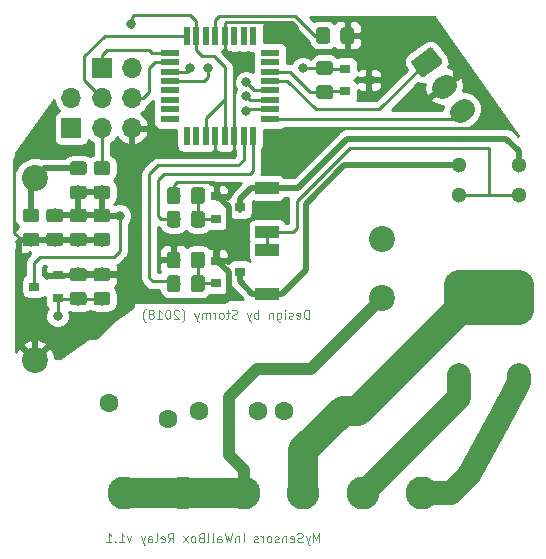
<source format=gbr>
G04 #@! TF.GenerationSoftware,KiCad,Pcbnew,5.0.2-bee76a0~70~ubuntu16.04.1*
G04 #@! TF.CreationDate,2019-02-12T18:50:20+01:00*
G04 #@! TF.ProjectId,MySensors_InCan,4d795365-6e73-46f7-9273-5f496e43616e,rev?*
G04 #@! TF.SameCoordinates,Original*
G04 #@! TF.FileFunction,Copper,L2,Bot*
G04 #@! TF.FilePolarity,Positive*
%FSLAX46Y46*%
G04 Gerber Fmt 4.6, Leading zero omitted, Abs format (unit mm)*
G04 Created by KiCad (PCBNEW 5.0.2-bee76a0~70~ubuntu16.04.1) date wto, 12 lut 2019, 18:50:20*
%MOMM*%
%LPD*%
G01*
G04 APERTURE LIST*
G04 #@! TA.AperFunction,NonConductor*
%ADD10C,0.100000*%
G04 #@! TD*
G04 #@! TA.AperFunction,ComponentPad*
%ADD11R,1.700000X1.700000*%
G04 #@! TD*
G04 #@! TA.AperFunction,ComponentPad*
%ADD12O,1.700000X1.700000*%
G04 #@! TD*
G04 #@! TA.AperFunction,Conductor*
%ADD13C,0.100000*%
G04 #@! TD*
G04 #@! TA.AperFunction,ComponentPad*
%ADD14C,1.740000*%
G04 #@! TD*
G04 #@! TA.AperFunction,Conductor*
%ADD15C,1.740000*%
G04 #@! TD*
G04 #@! TA.AperFunction,SMDPad,CuDef*
%ADD16R,0.900000X0.800000*%
G04 #@! TD*
G04 #@! TA.AperFunction,SMDPad,CuDef*
%ADD17C,1.150000*%
G04 #@! TD*
G04 #@! TA.AperFunction,ComponentPad*
%ADD18C,2.794000*%
G04 #@! TD*
G04 #@! TA.AperFunction,SMDPad,CuDef*
%ADD19R,1.998980X1.000760*%
G04 #@! TD*
G04 #@! TA.AperFunction,ComponentPad*
%ADD20C,1.600000*%
G04 #@! TD*
G04 #@! TA.AperFunction,ComponentPad*
%ADD21C,1.300000*%
G04 #@! TD*
G04 #@! TA.AperFunction,SMDPad,CuDef*
%ADD22R,0.550000X1.600000*%
G04 #@! TD*
G04 #@! TA.AperFunction,SMDPad,CuDef*
%ADD23R,1.600000X0.550000*%
G04 #@! TD*
G04 #@! TA.AperFunction,ComponentPad*
%ADD24C,2.200000*%
G04 #@! TD*
G04 #@! TA.AperFunction,ViaPad*
%ADD25C,0.800000*%
G04 #@! TD*
G04 #@! TA.AperFunction,Conductor*
%ADD26C,0.250000*%
G04 #@! TD*
G04 #@! TA.AperFunction,Conductor*
%ADD27C,0.500000*%
G04 #@! TD*
G04 #@! TA.AperFunction,Conductor*
%ADD28C,2.500000*%
G04 #@! TD*
G04 #@! TA.AperFunction,Conductor*
%ADD29C,1.000000*%
G04 #@! TD*
G04 #@! TA.AperFunction,Conductor*
%ADD30C,2.000000*%
G04 #@! TD*
G04 #@! TA.AperFunction,Conductor*
%ADD31C,0.254000*%
G04 #@! TD*
G04 APERTURE END LIST*
D10*
X111517857Y-156239285D02*
X111517857Y-155489285D01*
X111339285Y-155489285D01*
X111232142Y-155525000D01*
X111160714Y-155596428D01*
X111125000Y-155667857D01*
X111089285Y-155810714D01*
X111089285Y-155917857D01*
X111125000Y-156060714D01*
X111160714Y-156132142D01*
X111232142Y-156203571D01*
X111339285Y-156239285D01*
X111517857Y-156239285D01*
X110482142Y-156203571D02*
X110553571Y-156239285D01*
X110696428Y-156239285D01*
X110767857Y-156203571D01*
X110803571Y-156132142D01*
X110803571Y-155846428D01*
X110767857Y-155775000D01*
X110696428Y-155739285D01*
X110553571Y-155739285D01*
X110482142Y-155775000D01*
X110446428Y-155846428D01*
X110446428Y-155917857D01*
X110803571Y-155989285D01*
X110160714Y-156203571D02*
X110089285Y-156239285D01*
X109946428Y-156239285D01*
X109875000Y-156203571D01*
X109839285Y-156132142D01*
X109839285Y-156096428D01*
X109875000Y-156025000D01*
X109946428Y-155989285D01*
X110053571Y-155989285D01*
X110125000Y-155953571D01*
X110160714Y-155882142D01*
X110160714Y-155846428D01*
X110125000Y-155775000D01*
X110053571Y-155739285D01*
X109946428Y-155739285D01*
X109875000Y-155775000D01*
X109517857Y-156239285D02*
X109517857Y-155739285D01*
X109517857Y-155489285D02*
X109553571Y-155525000D01*
X109517857Y-155560714D01*
X109482142Y-155525000D01*
X109517857Y-155489285D01*
X109517857Y-155560714D01*
X108839285Y-155739285D02*
X108839285Y-156346428D01*
X108875000Y-156417857D01*
X108910714Y-156453571D01*
X108982142Y-156489285D01*
X109089285Y-156489285D01*
X109160714Y-156453571D01*
X108839285Y-156203571D02*
X108910714Y-156239285D01*
X109053571Y-156239285D01*
X109125000Y-156203571D01*
X109160714Y-156167857D01*
X109196428Y-156096428D01*
X109196428Y-155882142D01*
X109160714Y-155810714D01*
X109125000Y-155775000D01*
X109053571Y-155739285D01*
X108910714Y-155739285D01*
X108839285Y-155775000D01*
X108482142Y-155739285D02*
X108482142Y-156239285D01*
X108482142Y-155810714D02*
X108446428Y-155775000D01*
X108375000Y-155739285D01*
X108267857Y-155739285D01*
X108196428Y-155775000D01*
X108160714Y-155846428D01*
X108160714Y-156239285D01*
X107232142Y-156239285D02*
X107232142Y-155489285D01*
X107232142Y-155775000D02*
X107160714Y-155739285D01*
X107017857Y-155739285D01*
X106946428Y-155775000D01*
X106910714Y-155810714D01*
X106875000Y-155882142D01*
X106875000Y-156096428D01*
X106910714Y-156167857D01*
X106946428Y-156203571D01*
X107017857Y-156239285D01*
X107160714Y-156239285D01*
X107232142Y-156203571D01*
X106625000Y-155739285D02*
X106446428Y-156239285D01*
X106267857Y-155739285D02*
X106446428Y-156239285D01*
X106517857Y-156417857D01*
X106553571Y-156453571D01*
X106625000Y-156489285D01*
X105446428Y-156203571D02*
X105339285Y-156239285D01*
X105160714Y-156239285D01*
X105089285Y-156203571D01*
X105053571Y-156167857D01*
X105017857Y-156096428D01*
X105017857Y-156025000D01*
X105053571Y-155953571D01*
X105089285Y-155917857D01*
X105160714Y-155882142D01*
X105303571Y-155846428D01*
X105375000Y-155810714D01*
X105410714Y-155775000D01*
X105446428Y-155703571D01*
X105446428Y-155632142D01*
X105410714Y-155560714D01*
X105375000Y-155525000D01*
X105303571Y-155489285D01*
X105125000Y-155489285D01*
X105017857Y-155525000D01*
X104803571Y-155739285D02*
X104517857Y-155739285D01*
X104696428Y-155489285D02*
X104696428Y-156132142D01*
X104660714Y-156203571D01*
X104589285Y-156239285D01*
X104517857Y-156239285D01*
X104160714Y-156239285D02*
X104232142Y-156203571D01*
X104267857Y-156167857D01*
X104303571Y-156096428D01*
X104303571Y-155882142D01*
X104267857Y-155810714D01*
X104232142Y-155775000D01*
X104160714Y-155739285D01*
X104053571Y-155739285D01*
X103982142Y-155775000D01*
X103946428Y-155810714D01*
X103910714Y-155882142D01*
X103910714Y-156096428D01*
X103946428Y-156167857D01*
X103982142Y-156203571D01*
X104053571Y-156239285D01*
X104160714Y-156239285D01*
X103589285Y-156239285D02*
X103589285Y-155739285D01*
X103589285Y-155882142D02*
X103553571Y-155810714D01*
X103517857Y-155775000D01*
X103446428Y-155739285D01*
X103375000Y-155739285D01*
X103125000Y-156239285D02*
X103125000Y-155739285D01*
X103125000Y-155810714D02*
X103089285Y-155775000D01*
X103017857Y-155739285D01*
X102910714Y-155739285D01*
X102839285Y-155775000D01*
X102803571Y-155846428D01*
X102803571Y-156239285D01*
X102803571Y-155846428D02*
X102767857Y-155775000D01*
X102696428Y-155739285D01*
X102589285Y-155739285D01*
X102517857Y-155775000D01*
X102482142Y-155846428D01*
X102482142Y-156239285D01*
X102196428Y-155739285D02*
X102017857Y-156239285D01*
X101839285Y-155739285D02*
X102017857Y-156239285D01*
X102089285Y-156417857D01*
X102125000Y-156453571D01*
X102196428Y-156489285D01*
X100767857Y-156525000D02*
X100803571Y-156489285D01*
X100875000Y-156382142D01*
X100910714Y-156310714D01*
X100946428Y-156203571D01*
X100982142Y-156025000D01*
X100982142Y-155882142D01*
X100946428Y-155703571D01*
X100910714Y-155596428D01*
X100875000Y-155525000D01*
X100803571Y-155417857D01*
X100767857Y-155382142D01*
X100517857Y-155560714D02*
X100482142Y-155525000D01*
X100410714Y-155489285D01*
X100232142Y-155489285D01*
X100160714Y-155525000D01*
X100125000Y-155560714D01*
X100089285Y-155632142D01*
X100089285Y-155703571D01*
X100125000Y-155810714D01*
X100553571Y-156239285D01*
X100089285Y-156239285D01*
X99625000Y-155489285D02*
X99553571Y-155489285D01*
X99482142Y-155525000D01*
X99446428Y-155560714D01*
X99410714Y-155632142D01*
X99375000Y-155775000D01*
X99375000Y-155953571D01*
X99410714Y-156096428D01*
X99446428Y-156167857D01*
X99482142Y-156203571D01*
X99553571Y-156239285D01*
X99625000Y-156239285D01*
X99696428Y-156203571D01*
X99732142Y-156167857D01*
X99767857Y-156096428D01*
X99803571Y-155953571D01*
X99803571Y-155775000D01*
X99767857Y-155632142D01*
X99732142Y-155560714D01*
X99696428Y-155525000D01*
X99625000Y-155489285D01*
X98660714Y-156239285D02*
X99089285Y-156239285D01*
X98875000Y-156239285D02*
X98875000Y-155489285D01*
X98946428Y-155596428D01*
X99017857Y-155667857D01*
X99089285Y-155703571D01*
X98232142Y-155810714D02*
X98303571Y-155775000D01*
X98339285Y-155739285D01*
X98375000Y-155667857D01*
X98375000Y-155632142D01*
X98339285Y-155560714D01*
X98303571Y-155525000D01*
X98232142Y-155489285D01*
X98089285Y-155489285D01*
X98017857Y-155525000D01*
X97982142Y-155560714D01*
X97946428Y-155632142D01*
X97946428Y-155667857D01*
X97982142Y-155739285D01*
X98017857Y-155775000D01*
X98089285Y-155810714D01*
X98232142Y-155810714D01*
X98303571Y-155846428D01*
X98339285Y-155882142D01*
X98375000Y-155953571D01*
X98375000Y-156096428D01*
X98339285Y-156167857D01*
X98303571Y-156203571D01*
X98232142Y-156239285D01*
X98089285Y-156239285D01*
X98017857Y-156203571D01*
X97982142Y-156167857D01*
X97946428Y-156096428D01*
X97946428Y-155953571D01*
X97982142Y-155882142D01*
X98017857Y-155846428D01*
X98089285Y-155810714D01*
X97696428Y-156525000D02*
X97660714Y-156489285D01*
X97589285Y-156382142D01*
X97553571Y-156310714D01*
X97517857Y-156203571D01*
X97482142Y-156025000D01*
X97482142Y-155882142D01*
X97517857Y-155703571D01*
X97553571Y-155596428D01*
X97589285Y-155525000D01*
X97660714Y-155417857D01*
X97696428Y-155382142D01*
X112382142Y-175139285D02*
X112382142Y-174389285D01*
X112132142Y-174925000D01*
X111882142Y-174389285D01*
X111882142Y-175139285D01*
X111596428Y-174639285D02*
X111417857Y-175139285D01*
X111239285Y-174639285D02*
X111417857Y-175139285D01*
X111489285Y-175317857D01*
X111525000Y-175353571D01*
X111596428Y-175389285D01*
X110989285Y-175103571D02*
X110882142Y-175139285D01*
X110703571Y-175139285D01*
X110632142Y-175103571D01*
X110596428Y-175067857D01*
X110560714Y-174996428D01*
X110560714Y-174925000D01*
X110596428Y-174853571D01*
X110632142Y-174817857D01*
X110703571Y-174782142D01*
X110846428Y-174746428D01*
X110917857Y-174710714D01*
X110953571Y-174675000D01*
X110989285Y-174603571D01*
X110989285Y-174532142D01*
X110953571Y-174460714D01*
X110917857Y-174425000D01*
X110846428Y-174389285D01*
X110667857Y-174389285D01*
X110560714Y-174425000D01*
X109953571Y-175103571D02*
X110025000Y-175139285D01*
X110167857Y-175139285D01*
X110239285Y-175103571D01*
X110275000Y-175032142D01*
X110275000Y-174746428D01*
X110239285Y-174675000D01*
X110167857Y-174639285D01*
X110025000Y-174639285D01*
X109953571Y-174675000D01*
X109917857Y-174746428D01*
X109917857Y-174817857D01*
X110275000Y-174889285D01*
X109596428Y-174639285D02*
X109596428Y-175139285D01*
X109596428Y-174710714D02*
X109560714Y-174675000D01*
X109489285Y-174639285D01*
X109382142Y-174639285D01*
X109310714Y-174675000D01*
X109275000Y-174746428D01*
X109275000Y-175139285D01*
X108953571Y-175103571D02*
X108882142Y-175139285D01*
X108739285Y-175139285D01*
X108667857Y-175103571D01*
X108632142Y-175032142D01*
X108632142Y-174996428D01*
X108667857Y-174925000D01*
X108739285Y-174889285D01*
X108846428Y-174889285D01*
X108917857Y-174853571D01*
X108953571Y-174782142D01*
X108953571Y-174746428D01*
X108917857Y-174675000D01*
X108846428Y-174639285D01*
X108739285Y-174639285D01*
X108667857Y-174675000D01*
X108203571Y-175139285D02*
X108275000Y-175103571D01*
X108310714Y-175067857D01*
X108346428Y-174996428D01*
X108346428Y-174782142D01*
X108310714Y-174710714D01*
X108275000Y-174675000D01*
X108203571Y-174639285D01*
X108096428Y-174639285D01*
X108025000Y-174675000D01*
X107989285Y-174710714D01*
X107953571Y-174782142D01*
X107953571Y-174996428D01*
X107989285Y-175067857D01*
X108025000Y-175103571D01*
X108096428Y-175139285D01*
X108203571Y-175139285D01*
X107632142Y-175139285D02*
X107632142Y-174639285D01*
X107632142Y-174782142D02*
X107596428Y-174710714D01*
X107560714Y-174675000D01*
X107489285Y-174639285D01*
X107417857Y-174639285D01*
X107203571Y-175103571D02*
X107132142Y-175139285D01*
X106989285Y-175139285D01*
X106917857Y-175103571D01*
X106882142Y-175032142D01*
X106882142Y-174996428D01*
X106917857Y-174925000D01*
X106989285Y-174889285D01*
X107096428Y-174889285D01*
X107167857Y-174853571D01*
X107203571Y-174782142D01*
X107203571Y-174746428D01*
X107167857Y-174675000D01*
X107096428Y-174639285D01*
X106989285Y-174639285D01*
X106917857Y-174675000D01*
X105989285Y-175139285D02*
X105989285Y-174389285D01*
X105632142Y-174639285D02*
X105632142Y-175139285D01*
X105632142Y-174710714D02*
X105596428Y-174675000D01*
X105525000Y-174639285D01*
X105417857Y-174639285D01*
X105346428Y-174675000D01*
X105310714Y-174746428D01*
X105310714Y-175139285D01*
X105025000Y-174389285D02*
X104846428Y-175139285D01*
X104703571Y-174603571D01*
X104560714Y-175139285D01*
X104382142Y-174389285D01*
X103775000Y-175139285D02*
X103775000Y-174746428D01*
X103810714Y-174675000D01*
X103882142Y-174639285D01*
X104025000Y-174639285D01*
X104096428Y-174675000D01*
X103775000Y-175103571D02*
X103846428Y-175139285D01*
X104025000Y-175139285D01*
X104096428Y-175103571D01*
X104132142Y-175032142D01*
X104132142Y-174960714D01*
X104096428Y-174889285D01*
X104025000Y-174853571D01*
X103846428Y-174853571D01*
X103775000Y-174817857D01*
X103310714Y-175139285D02*
X103382142Y-175103571D01*
X103417857Y-175032142D01*
X103417857Y-174389285D01*
X102917857Y-175139285D02*
X102989285Y-175103571D01*
X103025000Y-175032142D01*
X103025000Y-174389285D01*
X102382142Y-174746428D02*
X102275000Y-174782142D01*
X102239285Y-174817857D01*
X102203571Y-174889285D01*
X102203571Y-174996428D01*
X102239285Y-175067857D01*
X102275000Y-175103571D01*
X102346428Y-175139285D01*
X102632142Y-175139285D01*
X102632142Y-174389285D01*
X102382142Y-174389285D01*
X102310714Y-174425000D01*
X102275000Y-174460714D01*
X102239285Y-174532142D01*
X102239285Y-174603571D01*
X102275000Y-174675000D01*
X102310714Y-174710714D01*
X102382142Y-174746428D01*
X102632142Y-174746428D01*
X101775000Y-175139285D02*
X101846428Y-175103571D01*
X101882142Y-175067857D01*
X101917857Y-174996428D01*
X101917857Y-174782142D01*
X101882142Y-174710714D01*
X101846428Y-174675000D01*
X101775000Y-174639285D01*
X101667857Y-174639285D01*
X101596428Y-174675000D01*
X101560714Y-174710714D01*
X101525000Y-174782142D01*
X101525000Y-174996428D01*
X101560714Y-175067857D01*
X101596428Y-175103571D01*
X101667857Y-175139285D01*
X101775000Y-175139285D01*
X101275000Y-175139285D02*
X100882142Y-174639285D01*
X101275000Y-174639285D02*
X100882142Y-175139285D01*
X99596428Y-175139285D02*
X99846428Y-174782142D01*
X100025000Y-175139285D02*
X100025000Y-174389285D01*
X99739285Y-174389285D01*
X99667857Y-174425000D01*
X99632142Y-174460714D01*
X99596428Y-174532142D01*
X99596428Y-174639285D01*
X99632142Y-174710714D01*
X99667857Y-174746428D01*
X99739285Y-174782142D01*
X100025000Y-174782142D01*
X98989285Y-175103571D02*
X99060714Y-175139285D01*
X99203571Y-175139285D01*
X99275000Y-175103571D01*
X99310714Y-175032142D01*
X99310714Y-174746428D01*
X99275000Y-174675000D01*
X99203571Y-174639285D01*
X99060714Y-174639285D01*
X98989285Y-174675000D01*
X98953571Y-174746428D01*
X98953571Y-174817857D01*
X99310714Y-174889285D01*
X98525000Y-175139285D02*
X98596428Y-175103571D01*
X98632142Y-175032142D01*
X98632142Y-174389285D01*
X97917857Y-175139285D02*
X97917857Y-174746428D01*
X97953571Y-174675000D01*
X98025000Y-174639285D01*
X98167857Y-174639285D01*
X98239285Y-174675000D01*
X97917857Y-175103571D02*
X97989285Y-175139285D01*
X98167857Y-175139285D01*
X98239285Y-175103571D01*
X98275000Y-175032142D01*
X98275000Y-174960714D01*
X98239285Y-174889285D01*
X98167857Y-174853571D01*
X97989285Y-174853571D01*
X97917857Y-174817857D01*
X97632142Y-174639285D02*
X97453571Y-175139285D01*
X97275000Y-174639285D02*
X97453571Y-175139285D01*
X97525000Y-175317857D01*
X97560714Y-175353571D01*
X97632142Y-175389285D01*
X96489285Y-174639285D02*
X96310714Y-175139285D01*
X96132142Y-174639285D01*
X95453571Y-175139285D02*
X95882142Y-175139285D01*
X95667857Y-175139285D02*
X95667857Y-174389285D01*
X95739285Y-174496428D01*
X95810714Y-174567857D01*
X95882142Y-174603571D01*
X95132142Y-175067857D02*
X95096428Y-175103571D01*
X95132142Y-175139285D01*
X95167857Y-175103571D01*
X95132142Y-175067857D01*
X95132142Y-175139285D01*
X94382142Y-175139285D02*
X94810714Y-175139285D01*
X94596428Y-175139285D02*
X94596428Y-174389285D01*
X94667857Y-174496428D01*
X94739285Y-174567857D01*
X94810714Y-174603571D01*
D11*
G04 #@! TO.P,J5,1*
G04 #@! TO.N,TX*
X91400000Y-140100000D03*
D12*
G04 #@! TO.P,J5,2*
G04 #@! TO.N,RX*
X91400000Y-137560000D03*
G04 #@! TD*
D13*
G04 #@! TO.N,BTN1*
G04 #@! TO.C,J3*
G36*
X121842320Y-133250412D02*
X121866701Y-133253142D01*
X121890698Y-133258248D01*
X121914078Y-133265682D01*
X121936617Y-133275371D01*
X121958098Y-133287223D01*
X121978314Y-133301124D01*
X121997070Y-133316939D01*
X122014186Y-133334516D01*
X122029496Y-133353686D01*
X122754844Y-134359407D01*
X122768202Y-134379986D01*
X122779478Y-134401775D01*
X122788564Y-134424564D01*
X122795373Y-134448134D01*
X122799838Y-134472258D01*
X122801918Y-134496703D01*
X122801592Y-134521235D01*
X122798862Y-134545616D01*
X122793756Y-134569613D01*
X122786322Y-134592993D01*
X122776633Y-134615533D01*
X122764781Y-134637014D01*
X122750880Y-134657229D01*
X122735065Y-134675985D01*
X122717488Y-134693101D01*
X122698318Y-134708411D01*
X121319508Y-135702840D01*
X121298929Y-135716198D01*
X121277140Y-135727474D01*
X121254351Y-135736560D01*
X121230781Y-135743369D01*
X121206657Y-135747834D01*
X121182212Y-135749914D01*
X121157680Y-135749588D01*
X121133299Y-135746858D01*
X121109302Y-135741752D01*
X121085922Y-135734318D01*
X121063383Y-135724629D01*
X121041902Y-135712777D01*
X121021686Y-135698876D01*
X121002930Y-135683061D01*
X120985814Y-135665484D01*
X120970504Y-135646314D01*
X120245156Y-134640593D01*
X120231798Y-134620014D01*
X120220522Y-134598225D01*
X120211436Y-134575436D01*
X120204627Y-134551866D01*
X120200162Y-134527742D01*
X120198082Y-134503297D01*
X120198408Y-134478765D01*
X120201138Y-134454384D01*
X120206244Y-134430387D01*
X120213678Y-134407007D01*
X120223367Y-134384467D01*
X120235219Y-134362986D01*
X120249120Y-134342771D01*
X120264935Y-134324015D01*
X120282512Y-134306899D01*
X120301682Y-134291589D01*
X121680492Y-133297160D01*
X121701071Y-133283802D01*
X121722860Y-133272526D01*
X121745649Y-133263440D01*
X121769219Y-133256631D01*
X121793343Y-133252166D01*
X121817788Y-133250086D01*
X121842320Y-133250412D01*
X121842320Y-133250412D01*
G37*
D14*
G04 #@! TD*
G04 #@! TO.P,J3,1*
G04 #@! TO.N,BTN1*
X121500000Y-134500000D03*
G04 #@! TO.P,J3,2*
G04 #@! TO.N,GND*
X122985792Y-136560102D03*
D15*
G04 #@! TD*
G04 #@! TO.N,GND*
G04 #@! TO.C,J3*
X123172337Y-136425562D02*
X122799247Y-136694642D01*
D14*
G04 #@! TO.P,J3,3*
G04 #@! TO.N,BTN2*
X124471584Y-138620204D03*
D15*
G04 #@! TD*
G04 #@! TO.N,BTN2*
G04 #@! TO.C,J3*
X124658129Y-138485664D02*
X124285039Y-138754744D01*
D16*
G04 #@! TO.P,U2,3*
G04 #@! TO.N,5V*
X88250000Y-153500000D03*
G04 #@! TO.P,U2,2*
G04 #@! TO.N,3V3*
X90250000Y-154450000D03*
G04 #@! TO.P,U2,1*
G04 #@! TO.N,GND*
X90250000Y-152550000D03*
G04 #@! TD*
D13*
G04 #@! TO.N,Net-(C1-Pad1)*
G04 #@! TO.C,C1*
G36*
X88474505Y-146901204D02*
X88498773Y-146904804D01*
X88522572Y-146910765D01*
X88545671Y-146919030D01*
X88567850Y-146929520D01*
X88588893Y-146942132D01*
X88608599Y-146956747D01*
X88626777Y-146973223D01*
X88643253Y-146991401D01*
X88657868Y-147011107D01*
X88670480Y-147032150D01*
X88680970Y-147054329D01*
X88689235Y-147077428D01*
X88695196Y-147101227D01*
X88698796Y-147125495D01*
X88700000Y-147149999D01*
X88700000Y-147800001D01*
X88698796Y-147824505D01*
X88695196Y-147848773D01*
X88689235Y-147872572D01*
X88680970Y-147895671D01*
X88670480Y-147917850D01*
X88657868Y-147938893D01*
X88643253Y-147958599D01*
X88626777Y-147976777D01*
X88608599Y-147993253D01*
X88588893Y-148007868D01*
X88567850Y-148020480D01*
X88545671Y-148030970D01*
X88522572Y-148039235D01*
X88498773Y-148045196D01*
X88474505Y-148048796D01*
X88450001Y-148050000D01*
X87549999Y-148050000D01*
X87525495Y-148048796D01*
X87501227Y-148045196D01*
X87477428Y-148039235D01*
X87454329Y-148030970D01*
X87432150Y-148020480D01*
X87411107Y-148007868D01*
X87391401Y-147993253D01*
X87373223Y-147976777D01*
X87356747Y-147958599D01*
X87342132Y-147938893D01*
X87329520Y-147917850D01*
X87319030Y-147895671D01*
X87310765Y-147872572D01*
X87304804Y-147848773D01*
X87301204Y-147824505D01*
X87300000Y-147800001D01*
X87300000Y-147149999D01*
X87301204Y-147125495D01*
X87304804Y-147101227D01*
X87310765Y-147077428D01*
X87319030Y-147054329D01*
X87329520Y-147032150D01*
X87342132Y-147011107D01*
X87356747Y-146991401D01*
X87373223Y-146973223D01*
X87391401Y-146956747D01*
X87411107Y-146942132D01*
X87432150Y-146929520D01*
X87454329Y-146919030D01*
X87477428Y-146910765D01*
X87501227Y-146904804D01*
X87525495Y-146901204D01*
X87549999Y-146900000D01*
X88450001Y-146900000D01*
X88474505Y-146901204D01*
X88474505Y-146901204D01*
G37*
D17*
G04 #@! TD*
G04 #@! TO.P,C1,1*
G04 #@! TO.N,Net-(C1-Pad1)*
X88000000Y-147475000D03*
D13*
G04 #@! TO.N,GND*
G04 #@! TO.C,C1*
G36*
X88474505Y-148951204D02*
X88498773Y-148954804D01*
X88522572Y-148960765D01*
X88545671Y-148969030D01*
X88567850Y-148979520D01*
X88588893Y-148992132D01*
X88608599Y-149006747D01*
X88626777Y-149023223D01*
X88643253Y-149041401D01*
X88657868Y-149061107D01*
X88670480Y-149082150D01*
X88680970Y-149104329D01*
X88689235Y-149127428D01*
X88695196Y-149151227D01*
X88698796Y-149175495D01*
X88700000Y-149199999D01*
X88700000Y-149850001D01*
X88698796Y-149874505D01*
X88695196Y-149898773D01*
X88689235Y-149922572D01*
X88680970Y-149945671D01*
X88670480Y-149967850D01*
X88657868Y-149988893D01*
X88643253Y-150008599D01*
X88626777Y-150026777D01*
X88608599Y-150043253D01*
X88588893Y-150057868D01*
X88567850Y-150070480D01*
X88545671Y-150080970D01*
X88522572Y-150089235D01*
X88498773Y-150095196D01*
X88474505Y-150098796D01*
X88450001Y-150100000D01*
X87549999Y-150100000D01*
X87525495Y-150098796D01*
X87501227Y-150095196D01*
X87477428Y-150089235D01*
X87454329Y-150080970D01*
X87432150Y-150070480D01*
X87411107Y-150057868D01*
X87391401Y-150043253D01*
X87373223Y-150026777D01*
X87356747Y-150008599D01*
X87342132Y-149988893D01*
X87329520Y-149967850D01*
X87319030Y-149945671D01*
X87310765Y-149922572D01*
X87304804Y-149898773D01*
X87301204Y-149874505D01*
X87300000Y-149850001D01*
X87300000Y-149199999D01*
X87301204Y-149175495D01*
X87304804Y-149151227D01*
X87310765Y-149127428D01*
X87319030Y-149104329D01*
X87329520Y-149082150D01*
X87342132Y-149061107D01*
X87356747Y-149041401D01*
X87373223Y-149023223D01*
X87391401Y-149006747D01*
X87411107Y-148992132D01*
X87432150Y-148979520D01*
X87454329Y-148969030D01*
X87477428Y-148960765D01*
X87501227Y-148954804D01*
X87525495Y-148951204D01*
X87549999Y-148950000D01*
X88450001Y-148950000D01*
X88474505Y-148951204D01*
X88474505Y-148951204D01*
G37*
D17*
G04 #@! TD*
G04 #@! TO.P,C1,2*
G04 #@! TO.N,GND*
X88000000Y-149525000D03*
D13*
G04 #@! TO.N,5V*
G04 #@! TO.C,C2*
G36*
X90474505Y-146901204D02*
X90498773Y-146904804D01*
X90522572Y-146910765D01*
X90545671Y-146919030D01*
X90567850Y-146929520D01*
X90588893Y-146942132D01*
X90608599Y-146956747D01*
X90626777Y-146973223D01*
X90643253Y-146991401D01*
X90657868Y-147011107D01*
X90670480Y-147032150D01*
X90680970Y-147054329D01*
X90689235Y-147077428D01*
X90695196Y-147101227D01*
X90698796Y-147125495D01*
X90700000Y-147149999D01*
X90700000Y-147800001D01*
X90698796Y-147824505D01*
X90695196Y-147848773D01*
X90689235Y-147872572D01*
X90680970Y-147895671D01*
X90670480Y-147917850D01*
X90657868Y-147938893D01*
X90643253Y-147958599D01*
X90626777Y-147976777D01*
X90608599Y-147993253D01*
X90588893Y-148007868D01*
X90567850Y-148020480D01*
X90545671Y-148030970D01*
X90522572Y-148039235D01*
X90498773Y-148045196D01*
X90474505Y-148048796D01*
X90450001Y-148050000D01*
X89549999Y-148050000D01*
X89525495Y-148048796D01*
X89501227Y-148045196D01*
X89477428Y-148039235D01*
X89454329Y-148030970D01*
X89432150Y-148020480D01*
X89411107Y-148007868D01*
X89391401Y-147993253D01*
X89373223Y-147976777D01*
X89356747Y-147958599D01*
X89342132Y-147938893D01*
X89329520Y-147917850D01*
X89319030Y-147895671D01*
X89310765Y-147872572D01*
X89304804Y-147848773D01*
X89301204Y-147824505D01*
X89300000Y-147800001D01*
X89300000Y-147149999D01*
X89301204Y-147125495D01*
X89304804Y-147101227D01*
X89310765Y-147077428D01*
X89319030Y-147054329D01*
X89329520Y-147032150D01*
X89342132Y-147011107D01*
X89356747Y-146991401D01*
X89373223Y-146973223D01*
X89391401Y-146956747D01*
X89411107Y-146942132D01*
X89432150Y-146929520D01*
X89454329Y-146919030D01*
X89477428Y-146910765D01*
X89501227Y-146904804D01*
X89525495Y-146901204D01*
X89549999Y-146900000D01*
X90450001Y-146900000D01*
X90474505Y-146901204D01*
X90474505Y-146901204D01*
G37*
D17*
G04 #@! TD*
G04 #@! TO.P,C2,1*
G04 #@! TO.N,5V*
X90000000Y-147475000D03*
D13*
G04 #@! TO.N,GND*
G04 #@! TO.C,C2*
G36*
X90474505Y-148951204D02*
X90498773Y-148954804D01*
X90522572Y-148960765D01*
X90545671Y-148969030D01*
X90567850Y-148979520D01*
X90588893Y-148992132D01*
X90608599Y-149006747D01*
X90626777Y-149023223D01*
X90643253Y-149041401D01*
X90657868Y-149061107D01*
X90670480Y-149082150D01*
X90680970Y-149104329D01*
X90689235Y-149127428D01*
X90695196Y-149151227D01*
X90698796Y-149175495D01*
X90700000Y-149199999D01*
X90700000Y-149850001D01*
X90698796Y-149874505D01*
X90695196Y-149898773D01*
X90689235Y-149922572D01*
X90680970Y-149945671D01*
X90670480Y-149967850D01*
X90657868Y-149988893D01*
X90643253Y-150008599D01*
X90626777Y-150026777D01*
X90608599Y-150043253D01*
X90588893Y-150057868D01*
X90567850Y-150070480D01*
X90545671Y-150080970D01*
X90522572Y-150089235D01*
X90498773Y-150095196D01*
X90474505Y-150098796D01*
X90450001Y-150100000D01*
X89549999Y-150100000D01*
X89525495Y-150098796D01*
X89501227Y-150095196D01*
X89477428Y-150089235D01*
X89454329Y-150080970D01*
X89432150Y-150070480D01*
X89411107Y-150057868D01*
X89391401Y-150043253D01*
X89373223Y-150026777D01*
X89356747Y-150008599D01*
X89342132Y-149988893D01*
X89329520Y-149967850D01*
X89319030Y-149945671D01*
X89310765Y-149922572D01*
X89304804Y-149898773D01*
X89301204Y-149874505D01*
X89300000Y-149850001D01*
X89300000Y-149199999D01*
X89301204Y-149175495D01*
X89304804Y-149151227D01*
X89310765Y-149127428D01*
X89319030Y-149104329D01*
X89329520Y-149082150D01*
X89342132Y-149061107D01*
X89356747Y-149041401D01*
X89373223Y-149023223D01*
X89391401Y-149006747D01*
X89411107Y-148992132D01*
X89432150Y-148979520D01*
X89454329Y-148969030D01*
X89477428Y-148960765D01*
X89501227Y-148954804D01*
X89525495Y-148951204D01*
X89549999Y-148950000D01*
X90450001Y-148950000D01*
X90474505Y-148951204D01*
X90474505Y-148951204D01*
G37*
D17*
G04 #@! TD*
G04 #@! TO.P,C2,2*
G04 #@! TO.N,GND*
X90000000Y-149525000D03*
D13*
G04 #@! TO.N,GND*
G04 #@! TO.C,C5*
G36*
X92474505Y-151901204D02*
X92498773Y-151904804D01*
X92522572Y-151910765D01*
X92545671Y-151919030D01*
X92567850Y-151929520D01*
X92588893Y-151942132D01*
X92608599Y-151956747D01*
X92626777Y-151973223D01*
X92643253Y-151991401D01*
X92657868Y-152011107D01*
X92670480Y-152032150D01*
X92680970Y-152054329D01*
X92689235Y-152077428D01*
X92695196Y-152101227D01*
X92698796Y-152125495D01*
X92700000Y-152149999D01*
X92700000Y-152800001D01*
X92698796Y-152824505D01*
X92695196Y-152848773D01*
X92689235Y-152872572D01*
X92680970Y-152895671D01*
X92670480Y-152917850D01*
X92657868Y-152938893D01*
X92643253Y-152958599D01*
X92626777Y-152976777D01*
X92608599Y-152993253D01*
X92588893Y-153007868D01*
X92567850Y-153020480D01*
X92545671Y-153030970D01*
X92522572Y-153039235D01*
X92498773Y-153045196D01*
X92474505Y-153048796D01*
X92450001Y-153050000D01*
X91549999Y-153050000D01*
X91525495Y-153048796D01*
X91501227Y-153045196D01*
X91477428Y-153039235D01*
X91454329Y-153030970D01*
X91432150Y-153020480D01*
X91411107Y-153007868D01*
X91391401Y-152993253D01*
X91373223Y-152976777D01*
X91356747Y-152958599D01*
X91342132Y-152938893D01*
X91329520Y-152917850D01*
X91319030Y-152895671D01*
X91310765Y-152872572D01*
X91304804Y-152848773D01*
X91301204Y-152824505D01*
X91300000Y-152800001D01*
X91300000Y-152149999D01*
X91301204Y-152125495D01*
X91304804Y-152101227D01*
X91310765Y-152077428D01*
X91319030Y-152054329D01*
X91329520Y-152032150D01*
X91342132Y-152011107D01*
X91356747Y-151991401D01*
X91373223Y-151973223D01*
X91391401Y-151956747D01*
X91411107Y-151942132D01*
X91432150Y-151929520D01*
X91454329Y-151919030D01*
X91477428Y-151910765D01*
X91501227Y-151904804D01*
X91525495Y-151901204D01*
X91549999Y-151900000D01*
X92450001Y-151900000D01*
X92474505Y-151901204D01*
X92474505Y-151901204D01*
G37*
D17*
G04 #@! TD*
G04 #@! TO.P,C5,2*
G04 #@! TO.N,GND*
X92000000Y-152475000D03*
D13*
G04 #@! TO.N,3V3*
G04 #@! TO.C,C5*
G36*
X92474505Y-153951204D02*
X92498773Y-153954804D01*
X92522572Y-153960765D01*
X92545671Y-153969030D01*
X92567850Y-153979520D01*
X92588893Y-153992132D01*
X92608599Y-154006747D01*
X92626777Y-154023223D01*
X92643253Y-154041401D01*
X92657868Y-154061107D01*
X92670480Y-154082150D01*
X92680970Y-154104329D01*
X92689235Y-154127428D01*
X92695196Y-154151227D01*
X92698796Y-154175495D01*
X92700000Y-154199999D01*
X92700000Y-154850001D01*
X92698796Y-154874505D01*
X92695196Y-154898773D01*
X92689235Y-154922572D01*
X92680970Y-154945671D01*
X92670480Y-154967850D01*
X92657868Y-154988893D01*
X92643253Y-155008599D01*
X92626777Y-155026777D01*
X92608599Y-155043253D01*
X92588893Y-155057868D01*
X92567850Y-155070480D01*
X92545671Y-155080970D01*
X92522572Y-155089235D01*
X92498773Y-155095196D01*
X92474505Y-155098796D01*
X92450001Y-155100000D01*
X91549999Y-155100000D01*
X91525495Y-155098796D01*
X91501227Y-155095196D01*
X91477428Y-155089235D01*
X91454329Y-155080970D01*
X91432150Y-155070480D01*
X91411107Y-155057868D01*
X91391401Y-155043253D01*
X91373223Y-155026777D01*
X91356747Y-155008599D01*
X91342132Y-154988893D01*
X91329520Y-154967850D01*
X91319030Y-154945671D01*
X91310765Y-154922572D01*
X91304804Y-154898773D01*
X91301204Y-154874505D01*
X91300000Y-154850001D01*
X91300000Y-154199999D01*
X91301204Y-154175495D01*
X91304804Y-154151227D01*
X91310765Y-154127428D01*
X91319030Y-154104329D01*
X91329520Y-154082150D01*
X91342132Y-154061107D01*
X91356747Y-154041401D01*
X91373223Y-154023223D01*
X91391401Y-154006747D01*
X91411107Y-153992132D01*
X91432150Y-153979520D01*
X91454329Y-153969030D01*
X91477428Y-153960765D01*
X91501227Y-153954804D01*
X91525495Y-153951204D01*
X91549999Y-153950000D01*
X92450001Y-153950000D01*
X92474505Y-153951204D01*
X92474505Y-153951204D01*
G37*
D17*
G04 #@! TD*
G04 #@! TO.P,C5,1*
G04 #@! TO.N,3V3*
X92000000Y-154525000D03*
D13*
G04 #@! TO.N,5V*
G04 #@! TO.C,C4*
G36*
X94474505Y-146901204D02*
X94498773Y-146904804D01*
X94522572Y-146910765D01*
X94545671Y-146919030D01*
X94567850Y-146929520D01*
X94588893Y-146942132D01*
X94608599Y-146956747D01*
X94626777Y-146973223D01*
X94643253Y-146991401D01*
X94657868Y-147011107D01*
X94670480Y-147032150D01*
X94680970Y-147054329D01*
X94689235Y-147077428D01*
X94695196Y-147101227D01*
X94698796Y-147125495D01*
X94700000Y-147149999D01*
X94700000Y-147800001D01*
X94698796Y-147824505D01*
X94695196Y-147848773D01*
X94689235Y-147872572D01*
X94680970Y-147895671D01*
X94670480Y-147917850D01*
X94657868Y-147938893D01*
X94643253Y-147958599D01*
X94626777Y-147976777D01*
X94608599Y-147993253D01*
X94588893Y-148007868D01*
X94567850Y-148020480D01*
X94545671Y-148030970D01*
X94522572Y-148039235D01*
X94498773Y-148045196D01*
X94474505Y-148048796D01*
X94450001Y-148050000D01*
X93549999Y-148050000D01*
X93525495Y-148048796D01*
X93501227Y-148045196D01*
X93477428Y-148039235D01*
X93454329Y-148030970D01*
X93432150Y-148020480D01*
X93411107Y-148007868D01*
X93391401Y-147993253D01*
X93373223Y-147976777D01*
X93356747Y-147958599D01*
X93342132Y-147938893D01*
X93329520Y-147917850D01*
X93319030Y-147895671D01*
X93310765Y-147872572D01*
X93304804Y-147848773D01*
X93301204Y-147824505D01*
X93300000Y-147800001D01*
X93300000Y-147149999D01*
X93301204Y-147125495D01*
X93304804Y-147101227D01*
X93310765Y-147077428D01*
X93319030Y-147054329D01*
X93329520Y-147032150D01*
X93342132Y-147011107D01*
X93356747Y-146991401D01*
X93373223Y-146973223D01*
X93391401Y-146956747D01*
X93411107Y-146942132D01*
X93432150Y-146929520D01*
X93454329Y-146919030D01*
X93477428Y-146910765D01*
X93501227Y-146904804D01*
X93525495Y-146901204D01*
X93549999Y-146900000D01*
X94450001Y-146900000D01*
X94474505Y-146901204D01*
X94474505Y-146901204D01*
G37*
D17*
G04 #@! TD*
G04 #@! TO.P,C4,1*
G04 #@! TO.N,5V*
X94000000Y-147475000D03*
D13*
G04 #@! TO.N,GND*
G04 #@! TO.C,C4*
G36*
X94474505Y-148951204D02*
X94498773Y-148954804D01*
X94522572Y-148960765D01*
X94545671Y-148969030D01*
X94567850Y-148979520D01*
X94588893Y-148992132D01*
X94608599Y-149006747D01*
X94626777Y-149023223D01*
X94643253Y-149041401D01*
X94657868Y-149061107D01*
X94670480Y-149082150D01*
X94680970Y-149104329D01*
X94689235Y-149127428D01*
X94695196Y-149151227D01*
X94698796Y-149175495D01*
X94700000Y-149199999D01*
X94700000Y-149850001D01*
X94698796Y-149874505D01*
X94695196Y-149898773D01*
X94689235Y-149922572D01*
X94680970Y-149945671D01*
X94670480Y-149967850D01*
X94657868Y-149988893D01*
X94643253Y-150008599D01*
X94626777Y-150026777D01*
X94608599Y-150043253D01*
X94588893Y-150057868D01*
X94567850Y-150070480D01*
X94545671Y-150080970D01*
X94522572Y-150089235D01*
X94498773Y-150095196D01*
X94474505Y-150098796D01*
X94450001Y-150100000D01*
X93549999Y-150100000D01*
X93525495Y-150098796D01*
X93501227Y-150095196D01*
X93477428Y-150089235D01*
X93454329Y-150080970D01*
X93432150Y-150070480D01*
X93411107Y-150057868D01*
X93391401Y-150043253D01*
X93373223Y-150026777D01*
X93356747Y-150008599D01*
X93342132Y-149988893D01*
X93329520Y-149967850D01*
X93319030Y-149945671D01*
X93310765Y-149922572D01*
X93304804Y-149898773D01*
X93301204Y-149874505D01*
X93300000Y-149850001D01*
X93300000Y-149199999D01*
X93301204Y-149175495D01*
X93304804Y-149151227D01*
X93310765Y-149127428D01*
X93319030Y-149104329D01*
X93329520Y-149082150D01*
X93342132Y-149061107D01*
X93356747Y-149041401D01*
X93373223Y-149023223D01*
X93391401Y-149006747D01*
X93411107Y-148992132D01*
X93432150Y-148979520D01*
X93454329Y-148969030D01*
X93477428Y-148960765D01*
X93501227Y-148954804D01*
X93525495Y-148951204D01*
X93549999Y-148950000D01*
X94450001Y-148950000D01*
X94474505Y-148951204D01*
X94474505Y-148951204D01*
G37*
D17*
G04 #@! TD*
G04 #@! TO.P,C4,2*
G04 #@! TO.N,GND*
X94000000Y-149525000D03*
D13*
G04 #@! TO.N,RESET*
G04 #@! TO.C,R5*
G36*
X94474505Y-142901204D02*
X94498773Y-142904804D01*
X94522572Y-142910765D01*
X94545671Y-142919030D01*
X94567850Y-142929520D01*
X94588893Y-142942132D01*
X94608599Y-142956747D01*
X94626777Y-142973223D01*
X94643253Y-142991401D01*
X94657868Y-143011107D01*
X94670480Y-143032150D01*
X94680970Y-143054329D01*
X94689235Y-143077428D01*
X94695196Y-143101227D01*
X94698796Y-143125495D01*
X94700000Y-143149999D01*
X94700000Y-143800001D01*
X94698796Y-143824505D01*
X94695196Y-143848773D01*
X94689235Y-143872572D01*
X94680970Y-143895671D01*
X94670480Y-143917850D01*
X94657868Y-143938893D01*
X94643253Y-143958599D01*
X94626777Y-143976777D01*
X94608599Y-143993253D01*
X94588893Y-144007868D01*
X94567850Y-144020480D01*
X94545671Y-144030970D01*
X94522572Y-144039235D01*
X94498773Y-144045196D01*
X94474505Y-144048796D01*
X94450001Y-144050000D01*
X93549999Y-144050000D01*
X93525495Y-144048796D01*
X93501227Y-144045196D01*
X93477428Y-144039235D01*
X93454329Y-144030970D01*
X93432150Y-144020480D01*
X93411107Y-144007868D01*
X93391401Y-143993253D01*
X93373223Y-143976777D01*
X93356747Y-143958599D01*
X93342132Y-143938893D01*
X93329520Y-143917850D01*
X93319030Y-143895671D01*
X93310765Y-143872572D01*
X93304804Y-143848773D01*
X93301204Y-143824505D01*
X93300000Y-143800001D01*
X93300000Y-143149999D01*
X93301204Y-143125495D01*
X93304804Y-143101227D01*
X93310765Y-143077428D01*
X93319030Y-143054329D01*
X93329520Y-143032150D01*
X93342132Y-143011107D01*
X93356747Y-142991401D01*
X93373223Y-142973223D01*
X93391401Y-142956747D01*
X93411107Y-142942132D01*
X93432150Y-142929520D01*
X93454329Y-142919030D01*
X93477428Y-142910765D01*
X93501227Y-142904804D01*
X93525495Y-142901204D01*
X93549999Y-142900000D01*
X94450001Y-142900000D01*
X94474505Y-142901204D01*
X94474505Y-142901204D01*
G37*
D17*
G04 #@! TD*
G04 #@! TO.P,R5,2*
G04 #@! TO.N,RESET*
X94000000Y-143475000D03*
D13*
G04 #@! TO.N,5V*
G04 #@! TO.C,R5*
G36*
X94474505Y-144951204D02*
X94498773Y-144954804D01*
X94522572Y-144960765D01*
X94545671Y-144969030D01*
X94567850Y-144979520D01*
X94588893Y-144992132D01*
X94608599Y-145006747D01*
X94626777Y-145023223D01*
X94643253Y-145041401D01*
X94657868Y-145061107D01*
X94670480Y-145082150D01*
X94680970Y-145104329D01*
X94689235Y-145127428D01*
X94695196Y-145151227D01*
X94698796Y-145175495D01*
X94700000Y-145199999D01*
X94700000Y-145850001D01*
X94698796Y-145874505D01*
X94695196Y-145898773D01*
X94689235Y-145922572D01*
X94680970Y-145945671D01*
X94670480Y-145967850D01*
X94657868Y-145988893D01*
X94643253Y-146008599D01*
X94626777Y-146026777D01*
X94608599Y-146043253D01*
X94588893Y-146057868D01*
X94567850Y-146070480D01*
X94545671Y-146080970D01*
X94522572Y-146089235D01*
X94498773Y-146095196D01*
X94474505Y-146098796D01*
X94450001Y-146100000D01*
X93549999Y-146100000D01*
X93525495Y-146098796D01*
X93501227Y-146095196D01*
X93477428Y-146089235D01*
X93454329Y-146080970D01*
X93432150Y-146070480D01*
X93411107Y-146057868D01*
X93391401Y-146043253D01*
X93373223Y-146026777D01*
X93356747Y-146008599D01*
X93342132Y-145988893D01*
X93329520Y-145967850D01*
X93319030Y-145945671D01*
X93310765Y-145922572D01*
X93304804Y-145898773D01*
X93301204Y-145874505D01*
X93300000Y-145850001D01*
X93300000Y-145199999D01*
X93301204Y-145175495D01*
X93304804Y-145151227D01*
X93310765Y-145127428D01*
X93319030Y-145104329D01*
X93329520Y-145082150D01*
X93342132Y-145061107D01*
X93356747Y-145041401D01*
X93373223Y-145023223D01*
X93391401Y-145006747D01*
X93411107Y-144992132D01*
X93432150Y-144979520D01*
X93454329Y-144969030D01*
X93477428Y-144960765D01*
X93501227Y-144954804D01*
X93525495Y-144951204D01*
X93549999Y-144950000D01*
X94450001Y-144950000D01*
X94474505Y-144951204D01*
X94474505Y-144951204D01*
G37*
D17*
G04 #@! TD*
G04 #@! TO.P,R5,1*
G04 #@! TO.N,5V*
X94000000Y-145525000D03*
D11*
G04 #@! TO.P,J4,1*
G04 #@! TO.N,MISO*
X94000000Y-135000000D03*
D12*
G04 #@! TO.P,J4,2*
G04 #@! TO.N,5V*
X96540000Y-135000000D03*
G04 #@! TO.P,J4,3*
G04 #@! TO.N,SCK*
X94000000Y-137540000D03*
G04 #@! TO.P,J4,4*
G04 #@! TO.N,MOSI*
X96540000Y-137540000D03*
G04 #@! TO.P,J4,5*
G04 #@! TO.N,RESET*
X93999999Y-140080000D03*
G04 #@! TO.P,J4,6*
G04 #@! TO.N,GND*
X96540000Y-140080000D03*
G04 #@! TD*
D13*
G04 #@! TO.N,5V*
G04 #@! TO.C,R6*
G36*
X113330251Y-134412285D02*
X113354519Y-134415885D01*
X113378318Y-134421846D01*
X113401417Y-134430111D01*
X113423596Y-134440601D01*
X113444639Y-134453213D01*
X113464345Y-134467828D01*
X113482523Y-134484304D01*
X113498999Y-134502482D01*
X113513614Y-134522188D01*
X113526226Y-134543231D01*
X113536716Y-134565410D01*
X113544981Y-134588509D01*
X113550942Y-134612308D01*
X113554542Y-134636576D01*
X113555746Y-134661080D01*
X113555746Y-135311082D01*
X113554542Y-135335586D01*
X113550942Y-135359854D01*
X113544981Y-135383653D01*
X113536716Y-135406752D01*
X113526226Y-135428931D01*
X113513614Y-135449974D01*
X113498999Y-135469680D01*
X113482523Y-135487858D01*
X113464345Y-135504334D01*
X113444639Y-135518949D01*
X113423596Y-135531561D01*
X113401417Y-135542051D01*
X113378318Y-135550316D01*
X113354519Y-135556277D01*
X113330251Y-135559877D01*
X113305747Y-135561081D01*
X112405745Y-135561081D01*
X112381241Y-135559877D01*
X112356973Y-135556277D01*
X112333174Y-135550316D01*
X112310075Y-135542051D01*
X112287896Y-135531561D01*
X112266853Y-135518949D01*
X112247147Y-135504334D01*
X112228969Y-135487858D01*
X112212493Y-135469680D01*
X112197878Y-135449974D01*
X112185266Y-135428931D01*
X112174776Y-135406752D01*
X112166511Y-135383653D01*
X112160550Y-135359854D01*
X112156950Y-135335586D01*
X112155746Y-135311082D01*
X112155746Y-134661080D01*
X112156950Y-134636576D01*
X112160550Y-134612308D01*
X112166511Y-134588509D01*
X112174776Y-134565410D01*
X112185266Y-134543231D01*
X112197878Y-134522188D01*
X112212493Y-134502482D01*
X112228969Y-134484304D01*
X112247147Y-134467828D01*
X112266853Y-134453213D01*
X112287896Y-134440601D01*
X112310075Y-134430111D01*
X112333174Y-134421846D01*
X112356973Y-134415885D01*
X112381241Y-134412285D01*
X112405745Y-134411081D01*
X113305747Y-134411081D01*
X113330251Y-134412285D01*
X113330251Y-134412285D01*
G37*
D17*
G04 #@! TD*
G04 #@! TO.P,R6,1*
G04 #@! TO.N,5V*
X112855746Y-134986081D03*
D13*
G04 #@! TO.N,ATSHA*
G04 #@! TO.C,R6*
G36*
X113330251Y-136462285D02*
X113354519Y-136465885D01*
X113378318Y-136471846D01*
X113401417Y-136480111D01*
X113423596Y-136490601D01*
X113444639Y-136503213D01*
X113464345Y-136517828D01*
X113482523Y-136534304D01*
X113498999Y-136552482D01*
X113513614Y-136572188D01*
X113526226Y-136593231D01*
X113536716Y-136615410D01*
X113544981Y-136638509D01*
X113550942Y-136662308D01*
X113554542Y-136686576D01*
X113555746Y-136711080D01*
X113555746Y-137361082D01*
X113554542Y-137385586D01*
X113550942Y-137409854D01*
X113544981Y-137433653D01*
X113536716Y-137456752D01*
X113526226Y-137478931D01*
X113513614Y-137499974D01*
X113498999Y-137519680D01*
X113482523Y-137537858D01*
X113464345Y-137554334D01*
X113444639Y-137568949D01*
X113423596Y-137581561D01*
X113401417Y-137592051D01*
X113378318Y-137600316D01*
X113354519Y-137606277D01*
X113330251Y-137609877D01*
X113305747Y-137611081D01*
X112405745Y-137611081D01*
X112381241Y-137609877D01*
X112356973Y-137606277D01*
X112333174Y-137600316D01*
X112310075Y-137592051D01*
X112287896Y-137581561D01*
X112266853Y-137568949D01*
X112247147Y-137554334D01*
X112228969Y-137537858D01*
X112212493Y-137519680D01*
X112197878Y-137499974D01*
X112185266Y-137478931D01*
X112174776Y-137456752D01*
X112166511Y-137433653D01*
X112160550Y-137409854D01*
X112156950Y-137385586D01*
X112155746Y-137361082D01*
X112155746Y-136711080D01*
X112156950Y-136686576D01*
X112160550Y-136662308D01*
X112166511Y-136638509D01*
X112174776Y-136615410D01*
X112185266Y-136593231D01*
X112197878Y-136572188D01*
X112212493Y-136552482D01*
X112228969Y-136534304D01*
X112247147Y-136517828D01*
X112266853Y-136503213D01*
X112287896Y-136490601D01*
X112310075Y-136480111D01*
X112333174Y-136471846D01*
X112356973Y-136465885D01*
X112381241Y-136462285D01*
X112405745Y-136461081D01*
X113305747Y-136461081D01*
X113330251Y-136462285D01*
X113330251Y-136462285D01*
G37*
D17*
G04 #@! TD*
G04 #@! TO.P,R6,2*
G04 #@! TO.N,ATSHA*
X112855746Y-137036081D03*
D13*
G04 #@! TO.N,GND*
G04 #@! TO.C,C3*
G36*
X92474505Y-148951204D02*
X92498773Y-148954804D01*
X92522572Y-148960765D01*
X92545671Y-148969030D01*
X92567850Y-148979520D01*
X92588893Y-148992132D01*
X92608599Y-149006747D01*
X92626777Y-149023223D01*
X92643253Y-149041401D01*
X92657868Y-149061107D01*
X92670480Y-149082150D01*
X92680970Y-149104329D01*
X92689235Y-149127428D01*
X92695196Y-149151227D01*
X92698796Y-149175495D01*
X92700000Y-149199999D01*
X92700000Y-149850001D01*
X92698796Y-149874505D01*
X92695196Y-149898773D01*
X92689235Y-149922572D01*
X92680970Y-149945671D01*
X92670480Y-149967850D01*
X92657868Y-149988893D01*
X92643253Y-150008599D01*
X92626777Y-150026777D01*
X92608599Y-150043253D01*
X92588893Y-150057868D01*
X92567850Y-150070480D01*
X92545671Y-150080970D01*
X92522572Y-150089235D01*
X92498773Y-150095196D01*
X92474505Y-150098796D01*
X92450001Y-150100000D01*
X91549999Y-150100000D01*
X91525495Y-150098796D01*
X91501227Y-150095196D01*
X91477428Y-150089235D01*
X91454329Y-150080970D01*
X91432150Y-150070480D01*
X91411107Y-150057868D01*
X91391401Y-150043253D01*
X91373223Y-150026777D01*
X91356747Y-150008599D01*
X91342132Y-149988893D01*
X91329520Y-149967850D01*
X91319030Y-149945671D01*
X91310765Y-149922572D01*
X91304804Y-149898773D01*
X91301204Y-149874505D01*
X91300000Y-149850001D01*
X91300000Y-149199999D01*
X91301204Y-149175495D01*
X91304804Y-149151227D01*
X91310765Y-149127428D01*
X91319030Y-149104329D01*
X91329520Y-149082150D01*
X91342132Y-149061107D01*
X91356747Y-149041401D01*
X91373223Y-149023223D01*
X91391401Y-149006747D01*
X91411107Y-148992132D01*
X91432150Y-148979520D01*
X91454329Y-148969030D01*
X91477428Y-148960765D01*
X91501227Y-148954804D01*
X91525495Y-148951204D01*
X91549999Y-148950000D01*
X92450001Y-148950000D01*
X92474505Y-148951204D01*
X92474505Y-148951204D01*
G37*
D17*
G04 #@! TD*
G04 #@! TO.P,C3,2*
G04 #@! TO.N,GND*
X92000000Y-149525000D03*
D13*
G04 #@! TO.N,5V*
G04 #@! TO.C,C3*
G36*
X92474505Y-146901204D02*
X92498773Y-146904804D01*
X92522572Y-146910765D01*
X92545671Y-146919030D01*
X92567850Y-146929520D01*
X92588893Y-146942132D01*
X92608599Y-146956747D01*
X92626777Y-146973223D01*
X92643253Y-146991401D01*
X92657868Y-147011107D01*
X92670480Y-147032150D01*
X92680970Y-147054329D01*
X92689235Y-147077428D01*
X92695196Y-147101227D01*
X92698796Y-147125495D01*
X92700000Y-147149999D01*
X92700000Y-147800001D01*
X92698796Y-147824505D01*
X92695196Y-147848773D01*
X92689235Y-147872572D01*
X92680970Y-147895671D01*
X92670480Y-147917850D01*
X92657868Y-147938893D01*
X92643253Y-147958599D01*
X92626777Y-147976777D01*
X92608599Y-147993253D01*
X92588893Y-148007868D01*
X92567850Y-148020480D01*
X92545671Y-148030970D01*
X92522572Y-148039235D01*
X92498773Y-148045196D01*
X92474505Y-148048796D01*
X92450001Y-148050000D01*
X91549999Y-148050000D01*
X91525495Y-148048796D01*
X91501227Y-148045196D01*
X91477428Y-148039235D01*
X91454329Y-148030970D01*
X91432150Y-148020480D01*
X91411107Y-148007868D01*
X91391401Y-147993253D01*
X91373223Y-147976777D01*
X91356747Y-147958599D01*
X91342132Y-147938893D01*
X91329520Y-147917850D01*
X91319030Y-147895671D01*
X91310765Y-147872572D01*
X91304804Y-147848773D01*
X91301204Y-147824505D01*
X91300000Y-147800001D01*
X91300000Y-147149999D01*
X91301204Y-147125495D01*
X91304804Y-147101227D01*
X91310765Y-147077428D01*
X91319030Y-147054329D01*
X91329520Y-147032150D01*
X91342132Y-147011107D01*
X91356747Y-146991401D01*
X91373223Y-146973223D01*
X91391401Y-146956747D01*
X91411107Y-146942132D01*
X91432150Y-146929520D01*
X91454329Y-146919030D01*
X91477428Y-146910765D01*
X91501227Y-146904804D01*
X91525495Y-146901204D01*
X91549999Y-146900000D01*
X92450001Y-146900000D01*
X92474505Y-146901204D01*
X92474505Y-146901204D01*
G37*
D17*
G04 #@! TD*
G04 #@! TO.P,C3,1*
G04 #@! TO.N,5V*
X92000000Y-147475000D03*
D13*
G04 #@! TO.N,3V3*
G04 #@! TO.C,C6*
G36*
X94474505Y-153951204D02*
X94498773Y-153954804D01*
X94522572Y-153960765D01*
X94545671Y-153969030D01*
X94567850Y-153979520D01*
X94588893Y-153992132D01*
X94608599Y-154006747D01*
X94626777Y-154023223D01*
X94643253Y-154041401D01*
X94657868Y-154061107D01*
X94670480Y-154082150D01*
X94680970Y-154104329D01*
X94689235Y-154127428D01*
X94695196Y-154151227D01*
X94698796Y-154175495D01*
X94700000Y-154199999D01*
X94700000Y-154850001D01*
X94698796Y-154874505D01*
X94695196Y-154898773D01*
X94689235Y-154922572D01*
X94680970Y-154945671D01*
X94670480Y-154967850D01*
X94657868Y-154988893D01*
X94643253Y-155008599D01*
X94626777Y-155026777D01*
X94608599Y-155043253D01*
X94588893Y-155057868D01*
X94567850Y-155070480D01*
X94545671Y-155080970D01*
X94522572Y-155089235D01*
X94498773Y-155095196D01*
X94474505Y-155098796D01*
X94450001Y-155100000D01*
X93549999Y-155100000D01*
X93525495Y-155098796D01*
X93501227Y-155095196D01*
X93477428Y-155089235D01*
X93454329Y-155080970D01*
X93432150Y-155070480D01*
X93411107Y-155057868D01*
X93391401Y-155043253D01*
X93373223Y-155026777D01*
X93356747Y-155008599D01*
X93342132Y-154988893D01*
X93329520Y-154967850D01*
X93319030Y-154945671D01*
X93310765Y-154922572D01*
X93304804Y-154898773D01*
X93301204Y-154874505D01*
X93300000Y-154850001D01*
X93300000Y-154199999D01*
X93301204Y-154175495D01*
X93304804Y-154151227D01*
X93310765Y-154127428D01*
X93319030Y-154104329D01*
X93329520Y-154082150D01*
X93342132Y-154061107D01*
X93356747Y-154041401D01*
X93373223Y-154023223D01*
X93391401Y-154006747D01*
X93411107Y-153992132D01*
X93432150Y-153979520D01*
X93454329Y-153969030D01*
X93477428Y-153960765D01*
X93501227Y-153954804D01*
X93525495Y-153951204D01*
X93549999Y-153950000D01*
X94450001Y-153950000D01*
X94474505Y-153951204D01*
X94474505Y-153951204D01*
G37*
D17*
G04 #@! TD*
G04 #@! TO.P,C6,1*
G04 #@! TO.N,3V3*
X94000000Y-154525000D03*
D13*
G04 #@! TO.N,GND*
G04 #@! TO.C,C6*
G36*
X94474505Y-151901204D02*
X94498773Y-151904804D01*
X94522572Y-151910765D01*
X94545671Y-151919030D01*
X94567850Y-151929520D01*
X94588893Y-151942132D01*
X94608599Y-151956747D01*
X94626777Y-151973223D01*
X94643253Y-151991401D01*
X94657868Y-152011107D01*
X94670480Y-152032150D01*
X94680970Y-152054329D01*
X94689235Y-152077428D01*
X94695196Y-152101227D01*
X94698796Y-152125495D01*
X94700000Y-152149999D01*
X94700000Y-152800001D01*
X94698796Y-152824505D01*
X94695196Y-152848773D01*
X94689235Y-152872572D01*
X94680970Y-152895671D01*
X94670480Y-152917850D01*
X94657868Y-152938893D01*
X94643253Y-152958599D01*
X94626777Y-152976777D01*
X94608599Y-152993253D01*
X94588893Y-153007868D01*
X94567850Y-153020480D01*
X94545671Y-153030970D01*
X94522572Y-153039235D01*
X94498773Y-153045196D01*
X94474505Y-153048796D01*
X94450001Y-153050000D01*
X93549999Y-153050000D01*
X93525495Y-153048796D01*
X93501227Y-153045196D01*
X93477428Y-153039235D01*
X93454329Y-153030970D01*
X93432150Y-153020480D01*
X93411107Y-153007868D01*
X93391401Y-152993253D01*
X93373223Y-152976777D01*
X93356747Y-152958599D01*
X93342132Y-152938893D01*
X93329520Y-152917850D01*
X93319030Y-152895671D01*
X93310765Y-152872572D01*
X93304804Y-152848773D01*
X93301204Y-152824505D01*
X93300000Y-152800001D01*
X93300000Y-152149999D01*
X93301204Y-152125495D01*
X93304804Y-152101227D01*
X93310765Y-152077428D01*
X93319030Y-152054329D01*
X93329520Y-152032150D01*
X93342132Y-152011107D01*
X93356747Y-151991401D01*
X93373223Y-151973223D01*
X93391401Y-151956747D01*
X93411107Y-151942132D01*
X93432150Y-151929520D01*
X93454329Y-151919030D01*
X93477428Y-151910765D01*
X93501227Y-151904804D01*
X93525495Y-151901204D01*
X93549999Y-151900000D01*
X94450001Y-151900000D01*
X94474505Y-151901204D01*
X94474505Y-151901204D01*
G37*
D17*
G04 #@! TD*
G04 #@! TO.P,C6,2*
G04 #@! TO.N,GND*
X94000000Y-152475000D03*
D16*
G04 #@! TO.P,U3,1*
G04 #@! TO.N,ATSHA*
X114605746Y-136961081D03*
G04 #@! TO.P,U3,2*
G04 #@! TO.N,5V*
X114605746Y-135061081D03*
G04 #@! TO.P,U3,3*
G04 #@! TO.N,GND*
X116605746Y-136011081D03*
G04 #@! TD*
D13*
G04 #@! TO.N,GND*
G04 #@! TO.C,C7*
G36*
X115124505Y-131551204D02*
X115148773Y-131554804D01*
X115172572Y-131560765D01*
X115195671Y-131569030D01*
X115217850Y-131579520D01*
X115238893Y-131592132D01*
X115258599Y-131606747D01*
X115276777Y-131623223D01*
X115293253Y-131641401D01*
X115307868Y-131661107D01*
X115320480Y-131682150D01*
X115330970Y-131704329D01*
X115339235Y-131727428D01*
X115345196Y-131751227D01*
X115348796Y-131775495D01*
X115350000Y-131799999D01*
X115350000Y-132700001D01*
X115348796Y-132724505D01*
X115345196Y-132748773D01*
X115339235Y-132772572D01*
X115330970Y-132795671D01*
X115320480Y-132817850D01*
X115307868Y-132838893D01*
X115293253Y-132858599D01*
X115276777Y-132876777D01*
X115258599Y-132893253D01*
X115238893Y-132907868D01*
X115217850Y-132920480D01*
X115195671Y-132930970D01*
X115172572Y-132939235D01*
X115148773Y-132945196D01*
X115124505Y-132948796D01*
X115100001Y-132950000D01*
X114449999Y-132950000D01*
X114425495Y-132948796D01*
X114401227Y-132945196D01*
X114377428Y-132939235D01*
X114354329Y-132930970D01*
X114332150Y-132920480D01*
X114311107Y-132907868D01*
X114291401Y-132893253D01*
X114273223Y-132876777D01*
X114256747Y-132858599D01*
X114242132Y-132838893D01*
X114229520Y-132817850D01*
X114219030Y-132795671D01*
X114210765Y-132772572D01*
X114204804Y-132748773D01*
X114201204Y-132724505D01*
X114200000Y-132700001D01*
X114200000Y-131799999D01*
X114201204Y-131775495D01*
X114204804Y-131751227D01*
X114210765Y-131727428D01*
X114219030Y-131704329D01*
X114229520Y-131682150D01*
X114242132Y-131661107D01*
X114256747Y-131641401D01*
X114273223Y-131623223D01*
X114291401Y-131606747D01*
X114311107Y-131592132D01*
X114332150Y-131579520D01*
X114354329Y-131569030D01*
X114377428Y-131560765D01*
X114401227Y-131554804D01*
X114425495Y-131551204D01*
X114449999Y-131550000D01*
X115100001Y-131550000D01*
X115124505Y-131551204D01*
X115124505Y-131551204D01*
G37*
D17*
G04 #@! TD*
G04 #@! TO.P,C7,2*
G04 #@! TO.N,GND*
X114775000Y-132250000D03*
D13*
G04 #@! TO.N,Net-(C7-Pad1)*
G04 #@! TO.C,C7*
G36*
X113074505Y-131551204D02*
X113098773Y-131554804D01*
X113122572Y-131560765D01*
X113145671Y-131569030D01*
X113167850Y-131579520D01*
X113188893Y-131592132D01*
X113208599Y-131606747D01*
X113226777Y-131623223D01*
X113243253Y-131641401D01*
X113257868Y-131661107D01*
X113270480Y-131682150D01*
X113280970Y-131704329D01*
X113289235Y-131727428D01*
X113295196Y-131751227D01*
X113298796Y-131775495D01*
X113300000Y-131799999D01*
X113300000Y-132700001D01*
X113298796Y-132724505D01*
X113295196Y-132748773D01*
X113289235Y-132772572D01*
X113280970Y-132795671D01*
X113270480Y-132817850D01*
X113257868Y-132838893D01*
X113243253Y-132858599D01*
X113226777Y-132876777D01*
X113208599Y-132893253D01*
X113188893Y-132907868D01*
X113167850Y-132920480D01*
X113145671Y-132930970D01*
X113122572Y-132939235D01*
X113098773Y-132945196D01*
X113074505Y-132948796D01*
X113050001Y-132950000D01*
X112399999Y-132950000D01*
X112375495Y-132948796D01*
X112351227Y-132945196D01*
X112327428Y-132939235D01*
X112304329Y-132930970D01*
X112282150Y-132920480D01*
X112261107Y-132907868D01*
X112241401Y-132893253D01*
X112223223Y-132876777D01*
X112206747Y-132858599D01*
X112192132Y-132838893D01*
X112179520Y-132817850D01*
X112169030Y-132795671D01*
X112160765Y-132772572D01*
X112154804Y-132748773D01*
X112151204Y-132724505D01*
X112150000Y-132700001D01*
X112150000Y-131799999D01*
X112151204Y-131775495D01*
X112154804Y-131751227D01*
X112160765Y-131727428D01*
X112169030Y-131704329D01*
X112179520Y-131682150D01*
X112192132Y-131661107D01*
X112206747Y-131641401D01*
X112223223Y-131623223D01*
X112241401Y-131606747D01*
X112261107Y-131592132D01*
X112282150Y-131579520D01*
X112304329Y-131569030D01*
X112327428Y-131560765D01*
X112351227Y-131554804D01*
X112375495Y-131551204D01*
X112399999Y-131550000D01*
X113050001Y-131550000D01*
X113074505Y-131551204D01*
X113074505Y-131551204D01*
G37*
D17*
G04 #@! TD*
G04 #@! TO.P,C7,1*
G04 #@! TO.N,Net-(C7-Pad1)*
X112725000Y-132250000D03*
D13*
G04 #@! TO.N,5V*
G04 #@! TO.C,FB1*
G36*
X92474505Y-144951204D02*
X92498773Y-144954804D01*
X92522572Y-144960765D01*
X92545671Y-144969030D01*
X92567850Y-144979520D01*
X92588893Y-144992132D01*
X92608599Y-145006747D01*
X92626777Y-145023223D01*
X92643253Y-145041401D01*
X92657868Y-145061107D01*
X92670480Y-145082150D01*
X92680970Y-145104329D01*
X92689235Y-145127428D01*
X92695196Y-145151227D01*
X92698796Y-145175495D01*
X92700000Y-145199999D01*
X92700000Y-145850001D01*
X92698796Y-145874505D01*
X92695196Y-145898773D01*
X92689235Y-145922572D01*
X92680970Y-145945671D01*
X92670480Y-145967850D01*
X92657868Y-145988893D01*
X92643253Y-146008599D01*
X92626777Y-146026777D01*
X92608599Y-146043253D01*
X92588893Y-146057868D01*
X92567850Y-146070480D01*
X92545671Y-146080970D01*
X92522572Y-146089235D01*
X92498773Y-146095196D01*
X92474505Y-146098796D01*
X92450001Y-146100000D01*
X91549999Y-146100000D01*
X91525495Y-146098796D01*
X91501227Y-146095196D01*
X91477428Y-146089235D01*
X91454329Y-146080970D01*
X91432150Y-146070480D01*
X91411107Y-146057868D01*
X91391401Y-146043253D01*
X91373223Y-146026777D01*
X91356747Y-146008599D01*
X91342132Y-145988893D01*
X91329520Y-145967850D01*
X91319030Y-145945671D01*
X91310765Y-145922572D01*
X91304804Y-145898773D01*
X91301204Y-145874505D01*
X91300000Y-145850001D01*
X91300000Y-145199999D01*
X91301204Y-145175495D01*
X91304804Y-145151227D01*
X91310765Y-145127428D01*
X91319030Y-145104329D01*
X91329520Y-145082150D01*
X91342132Y-145061107D01*
X91356747Y-145041401D01*
X91373223Y-145023223D01*
X91391401Y-145006747D01*
X91411107Y-144992132D01*
X91432150Y-144979520D01*
X91454329Y-144969030D01*
X91477428Y-144960765D01*
X91501227Y-144954804D01*
X91525495Y-144951204D01*
X91549999Y-144950000D01*
X92450001Y-144950000D01*
X92474505Y-144951204D01*
X92474505Y-144951204D01*
G37*
D17*
G04 #@! TD*
G04 #@! TO.P,FB1,1*
G04 #@! TO.N,5V*
X92000000Y-145525000D03*
D13*
G04 #@! TO.N,Net-(C1-Pad1)*
G04 #@! TO.C,FB1*
G36*
X92474505Y-142901204D02*
X92498773Y-142904804D01*
X92522572Y-142910765D01*
X92545671Y-142919030D01*
X92567850Y-142929520D01*
X92588893Y-142942132D01*
X92608599Y-142956747D01*
X92626777Y-142973223D01*
X92643253Y-142991401D01*
X92657868Y-143011107D01*
X92670480Y-143032150D01*
X92680970Y-143054329D01*
X92689235Y-143077428D01*
X92695196Y-143101227D01*
X92698796Y-143125495D01*
X92700000Y-143149999D01*
X92700000Y-143800001D01*
X92698796Y-143824505D01*
X92695196Y-143848773D01*
X92689235Y-143872572D01*
X92680970Y-143895671D01*
X92670480Y-143917850D01*
X92657868Y-143938893D01*
X92643253Y-143958599D01*
X92626777Y-143976777D01*
X92608599Y-143993253D01*
X92588893Y-144007868D01*
X92567850Y-144020480D01*
X92545671Y-144030970D01*
X92522572Y-144039235D01*
X92498773Y-144045196D01*
X92474505Y-144048796D01*
X92450001Y-144050000D01*
X91549999Y-144050000D01*
X91525495Y-144048796D01*
X91501227Y-144045196D01*
X91477428Y-144039235D01*
X91454329Y-144030970D01*
X91432150Y-144020480D01*
X91411107Y-144007868D01*
X91391401Y-143993253D01*
X91373223Y-143976777D01*
X91356747Y-143958599D01*
X91342132Y-143938893D01*
X91329520Y-143917850D01*
X91319030Y-143895671D01*
X91310765Y-143872572D01*
X91304804Y-143848773D01*
X91301204Y-143824505D01*
X91300000Y-143800001D01*
X91300000Y-143149999D01*
X91301204Y-143125495D01*
X91304804Y-143101227D01*
X91310765Y-143077428D01*
X91319030Y-143054329D01*
X91329520Y-143032150D01*
X91342132Y-143011107D01*
X91356747Y-142991401D01*
X91373223Y-142973223D01*
X91391401Y-142956747D01*
X91411107Y-142942132D01*
X91432150Y-142929520D01*
X91454329Y-142919030D01*
X91477428Y-142910765D01*
X91501227Y-142904804D01*
X91525495Y-142901204D01*
X91549999Y-142900000D01*
X92450001Y-142900000D01*
X92474505Y-142901204D01*
X92474505Y-142901204D01*
G37*
D17*
G04 #@! TD*
G04 #@! TO.P,FB1,2*
G04 #@! TO.N,Net-(C1-Pad1)*
X92000000Y-143475000D03*
D13*
G04 #@! TO.N,REL1*
G04 #@! TO.C,R1*
G36*
X100424505Y-152551204D02*
X100448773Y-152554804D01*
X100472572Y-152560765D01*
X100495671Y-152569030D01*
X100517850Y-152579520D01*
X100538893Y-152592132D01*
X100558599Y-152606747D01*
X100576777Y-152623223D01*
X100593253Y-152641401D01*
X100607868Y-152661107D01*
X100620480Y-152682150D01*
X100630970Y-152704329D01*
X100639235Y-152727428D01*
X100645196Y-152751227D01*
X100648796Y-152775495D01*
X100650000Y-152799999D01*
X100650000Y-153700001D01*
X100648796Y-153724505D01*
X100645196Y-153748773D01*
X100639235Y-153772572D01*
X100630970Y-153795671D01*
X100620480Y-153817850D01*
X100607868Y-153838893D01*
X100593253Y-153858599D01*
X100576777Y-153876777D01*
X100558599Y-153893253D01*
X100538893Y-153907868D01*
X100517850Y-153920480D01*
X100495671Y-153930970D01*
X100472572Y-153939235D01*
X100448773Y-153945196D01*
X100424505Y-153948796D01*
X100400001Y-153950000D01*
X99749999Y-153950000D01*
X99725495Y-153948796D01*
X99701227Y-153945196D01*
X99677428Y-153939235D01*
X99654329Y-153930970D01*
X99632150Y-153920480D01*
X99611107Y-153907868D01*
X99591401Y-153893253D01*
X99573223Y-153876777D01*
X99556747Y-153858599D01*
X99542132Y-153838893D01*
X99529520Y-153817850D01*
X99519030Y-153795671D01*
X99510765Y-153772572D01*
X99504804Y-153748773D01*
X99501204Y-153724505D01*
X99500000Y-153700001D01*
X99500000Y-152799999D01*
X99501204Y-152775495D01*
X99504804Y-152751227D01*
X99510765Y-152727428D01*
X99519030Y-152704329D01*
X99529520Y-152682150D01*
X99542132Y-152661107D01*
X99556747Y-152641401D01*
X99573223Y-152623223D01*
X99591401Y-152606747D01*
X99611107Y-152592132D01*
X99632150Y-152579520D01*
X99654329Y-152569030D01*
X99677428Y-152560765D01*
X99701227Y-152554804D01*
X99725495Y-152551204D01*
X99749999Y-152550000D01*
X100400001Y-152550000D01*
X100424505Y-152551204D01*
X100424505Y-152551204D01*
G37*
D17*
G04 #@! TD*
G04 #@! TO.P,R1,2*
G04 #@! TO.N,REL1*
X100075000Y-153250000D03*
D13*
G04 #@! TO.N,Net-(R1-Pad1)*
G04 #@! TO.C,R1*
G36*
X102474505Y-152551204D02*
X102498773Y-152554804D01*
X102522572Y-152560765D01*
X102545671Y-152569030D01*
X102567850Y-152579520D01*
X102588893Y-152592132D01*
X102608599Y-152606747D01*
X102626777Y-152623223D01*
X102643253Y-152641401D01*
X102657868Y-152661107D01*
X102670480Y-152682150D01*
X102680970Y-152704329D01*
X102689235Y-152727428D01*
X102695196Y-152751227D01*
X102698796Y-152775495D01*
X102700000Y-152799999D01*
X102700000Y-153700001D01*
X102698796Y-153724505D01*
X102695196Y-153748773D01*
X102689235Y-153772572D01*
X102680970Y-153795671D01*
X102670480Y-153817850D01*
X102657868Y-153838893D01*
X102643253Y-153858599D01*
X102626777Y-153876777D01*
X102608599Y-153893253D01*
X102588893Y-153907868D01*
X102567850Y-153920480D01*
X102545671Y-153930970D01*
X102522572Y-153939235D01*
X102498773Y-153945196D01*
X102474505Y-153948796D01*
X102450001Y-153950000D01*
X101799999Y-153950000D01*
X101775495Y-153948796D01*
X101751227Y-153945196D01*
X101727428Y-153939235D01*
X101704329Y-153930970D01*
X101682150Y-153920480D01*
X101661107Y-153907868D01*
X101641401Y-153893253D01*
X101623223Y-153876777D01*
X101606747Y-153858599D01*
X101592132Y-153838893D01*
X101579520Y-153817850D01*
X101569030Y-153795671D01*
X101560765Y-153772572D01*
X101554804Y-153748773D01*
X101551204Y-153724505D01*
X101550000Y-153700001D01*
X101550000Y-152799999D01*
X101551204Y-152775495D01*
X101554804Y-152751227D01*
X101560765Y-152727428D01*
X101569030Y-152704329D01*
X101579520Y-152682150D01*
X101592132Y-152661107D01*
X101606747Y-152641401D01*
X101623223Y-152623223D01*
X101641401Y-152606747D01*
X101661107Y-152592132D01*
X101682150Y-152579520D01*
X101704329Y-152569030D01*
X101727428Y-152560765D01*
X101751227Y-152554804D01*
X101775495Y-152551204D01*
X101799999Y-152550000D01*
X102450001Y-152550000D01*
X102474505Y-152551204D01*
X102474505Y-152551204D01*
G37*
D17*
G04 #@! TD*
G04 #@! TO.P,R1,1*
G04 #@! TO.N,Net-(R1-Pad1)*
X102125000Y-153250000D03*
D13*
G04 #@! TO.N,Net-(R1-Pad1)*
G04 #@! TO.C,R2*
G36*
X102474505Y-150551204D02*
X102498773Y-150554804D01*
X102522572Y-150560765D01*
X102545671Y-150569030D01*
X102567850Y-150579520D01*
X102588893Y-150592132D01*
X102608599Y-150606747D01*
X102626777Y-150623223D01*
X102643253Y-150641401D01*
X102657868Y-150661107D01*
X102670480Y-150682150D01*
X102680970Y-150704329D01*
X102689235Y-150727428D01*
X102695196Y-150751227D01*
X102698796Y-150775495D01*
X102700000Y-150799999D01*
X102700000Y-151700001D01*
X102698796Y-151724505D01*
X102695196Y-151748773D01*
X102689235Y-151772572D01*
X102680970Y-151795671D01*
X102670480Y-151817850D01*
X102657868Y-151838893D01*
X102643253Y-151858599D01*
X102626777Y-151876777D01*
X102608599Y-151893253D01*
X102588893Y-151907868D01*
X102567850Y-151920480D01*
X102545671Y-151930970D01*
X102522572Y-151939235D01*
X102498773Y-151945196D01*
X102474505Y-151948796D01*
X102450001Y-151950000D01*
X101799999Y-151950000D01*
X101775495Y-151948796D01*
X101751227Y-151945196D01*
X101727428Y-151939235D01*
X101704329Y-151930970D01*
X101682150Y-151920480D01*
X101661107Y-151907868D01*
X101641401Y-151893253D01*
X101623223Y-151876777D01*
X101606747Y-151858599D01*
X101592132Y-151838893D01*
X101579520Y-151817850D01*
X101569030Y-151795671D01*
X101560765Y-151772572D01*
X101554804Y-151748773D01*
X101551204Y-151724505D01*
X101550000Y-151700001D01*
X101550000Y-150799999D01*
X101551204Y-150775495D01*
X101554804Y-150751227D01*
X101560765Y-150727428D01*
X101569030Y-150704329D01*
X101579520Y-150682150D01*
X101592132Y-150661107D01*
X101606747Y-150641401D01*
X101623223Y-150623223D01*
X101641401Y-150606747D01*
X101661107Y-150592132D01*
X101682150Y-150579520D01*
X101704329Y-150569030D01*
X101727428Y-150560765D01*
X101751227Y-150554804D01*
X101775495Y-150551204D01*
X101799999Y-150550000D01*
X102450001Y-150550000D01*
X102474505Y-150551204D01*
X102474505Y-150551204D01*
G37*
D17*
G04 #@! TD*
G04 #@! TO.P,R2,1*
G04 #@! TO.N,Net-(R1-Pad1)*
X102125000Y-151250000D03*
D13*
G04 #@! TO.N,GND*
G04 #@! TO.C,R2*
G36*
X100424505Y-150551204D02*
X100448773Y-150554804D01*
X100472572Y-150560765D01*
X100495671Y-150569030D01*
X100517850Y-150579520D01*
X100538893Y-150592132D01*
X100558599Y-150606747D01*
X100576777Y-150623223D01*
X100593253Y-150641401D01*
X100607868Y-150661107D01*
X100620480Y-150682150D01*
X100630970Y-150704329D01*
X100639235Y-150727428D01*
X100645196Y-150751227D01*
X100648796Y-150775495D01*
X100650000Y-150799999D01*
X100650000Y-151700001D01*
X100648796Y-151724505D01*
X100645196Y-151748773D01*
X100639235Y-151772572D01*
X100630970Y-151795671D01*
X100620480Y-151817850D01*
X100607868Y-151838893D01*
X100593253Y-151858599D01*
X100576777Y-151876777D01*
X100558599Y-151893253D01*
X100538893Y-151907868D01*
X100517850Y-151920480D01*
X100495671Y-151930970D01*
X100472572Y-151939235D01*
X100448773Y-151945196D01*
X100424505Y-151948796D01*
X100400001Y-151950000D01*
X99749999Y-151950000D01*
X99725495Y-151948796D01*
X99701227Y-151945196D01*
X99677428Y-151939235D01*
X99654329Y-151930970D01*
X99632150Y-151920480D01*
X99611107Y-151907868D01*
X99591401Y-151893253D01*
X99573223Y-151876777D01*
X99556747Y-151858599D01*
X99542132Y-151838893D01*
X99529520Y-151817850D01*
X99519030Y-151795671D01*
X99510765Y-151772572D01*
X99504804Y-151748773D01*
X99501204Y-151724505D01*
X99500000Y-151700001D01*
X99500000Y-150799999D01*
X99501204Y-150775495D01*
X99504804Y-150751227D01*
X99510765Y-150727428D01*
X99519030Y-150704329D01*
X99529520Y-150682150D01*
X99542132Y-150661107D01*
X99556747Y-150641401D01*
X99573223Y-150623223D01*
X99591401Y-150606747D01*
X99611107Y-150592132D01*
X99632150Y-150579520D01*
X99654329Y-150569030D01*
X99677428Y-150560765D01*
X99701227Y-150554804D01*
X99725495Y-150551204D01*
X99749999Y-150550000D01*
X100400001Y-150550000D01*
X100424505Y-150551204D01*
X100424505Y-150551204D01*
G37*
D17*
G04 #@! TD*
G04 #@! TO.P,R2,2*
G04 #@! TO.N,GND*
X100075000Y-151250000D03*
D13*
G04 #@! TO.N,REL2*
G04 #@! TO.C,R3*
G36*
X100424505Y-147101204D02*
X100448773Y-147104804D01*
X100472572Y-147110765D01*
X100495671Y-147119030D01*
X100517850Y-147129520D01*
X100538893Y-147142132D01*
X100558599Y-147156747D01*
X100576777Y-147173223D01*
X100593253Y-147191401D01*
X100607868Y-147211107D01*
X100620480Y-147232150D01*
X100630970Y-147254329D01*
X100639235Y-147277428D01*
X100645196Y-147301227D01*
X100648796Y-147325495D01*
X100650000Y-147349999D01*
X100650000Y-148250001D01*
X100648796Y-148274505D01*
X100645196Y-148298773D01*
X100639235Y-148322572D01*
X100630970Y-148345671D01*
X100620480Y-148367850D01*
X100607868Y-148388893D01*
X100593253Y-148408599D01*
X100576777Y-148426777D01*
X100558599Y-148443253D01*
X100538893Y-148457868D01*
X100517850Y-148470480D01*
X100495671Y-148480970D01*
X100472572Y-148489235D01*
X100448773Y-148495196D01*
X100424505Y-148498796D01*
X100400001Y-148500000D01*
X99749999Y-148500000D01*
X99725495Y-148498796D01*
X99701227Y-148495196D01*
X99677428Y-148489235D01*
X99654329Y-148480970D01*
X99632150Y-148470480D01*
X99611107Y-148457868D01*
X99591401Y-148443253D01*
X99573223Y-148426777D01*
X99556747Y-148408599D01*
X99542132Y-148388893D01*
X99529520Y-148367850D01*
X99519030Y-148345671D01*
X99510765Y-148322572D01*
X99504804Y-148298773D01*
X99501204Y-148274505D01*
X99500000Y-148250001D01*
X99500000Y-147349999D01*
X99501204Y-147325495D01*
X99504804Y-147301227D01*
X99510765Y-147277428D01*
X99519030Y-147254329D01*
X99529520Y-147232150D01*
X99542132Y-147211107D01*
X99556747Y-147191401D01*
X99573223Y-147173223D01*
X99591401Y-147156747D01*
X99611107Y-147142132D01*
X99632150Y-147129520D01*
X99654329Y-147119030D01*
X99677428Y-147110765D01*
X99701227Y-147104804D01*
X99725495Y-147101204D01*
X99749999Y-147100000D01*
X100400001Y-147100000D01*
X100424505Y-147101204D01*
X100424505Y-147101204D01*
G37*
D17*
G04 #@! TD*
G04 #@! TO.P,R3,2*
G04 #@! TO.N,REL2*
X100075000Y-147800000D03*
D13*
G04 #@! TO.N,Net-(R3-Pad1)*
G04 #@! TO.C,R3*
G36*
X102474505Y-147101204D02*
X102498773Y-147104804D01*
X102522572Y-147110765D01*
X102545671Y-147119030D01*
X102567850Y-147129520D01*
X102588893Y-147142132D01*
X102608599Y-147156747D01*
X102626777Y-147173223D01*
X102643253Y-147191401D01*
X102657868Y-147211107D01*
X102670480Y-147232150D01*
X102680970Y-147254329D01*
X102689235Y-147277428D01*
X102695196Y-147301227D01*
X102698796Y-147325495D01*
X102700000Y-147349999D01*
X102700000Y-148250001D01*
X102698796Y-148274505D01*
X102695196Y-148298773D01*
X102689235Y-148322572D01*
X102680970Y-148345671D01*
X102670480Y-148367850D01*
X102657868Y-148388893D01*
X102643253Y-148408599D01*
X102626777Y-148426777D01*
X102608599Y-148443253D01*
X102588893Y-148457868D01*
X102567850Y-148470480D01*
X102545671Y-148480970D01*
X102522572Y-148489235D01*
X102498773Y-148495196D01*
X102474505Y-148498796D01*
X102450001Y-148500000D01*
X101799999Y-148500000D01*
X101775495Y-148498796D01*
X101751227Y-148495196D01*
X101727428Y-148489235D01*
X101704329Y-148480970D01*
X101682150Y-148470480D01*
X101661107Y-148457868D01*
X101641401Y-148443253D01*
X101623223Y-148426777D01*
X101606747Y-148408599D01*
X101592132Y-148388893D01*
X101579520Y-148367850D01*
X101569030Y-148345671D01*
X101560765Y-148322572D01*
X101554804Y-148298773D01*
X101551204Y-148274505D01*
X101550000Y-148250001D01*
X101550000Y-147349999D01*
X101551204Y-147325495D01*
X101554804Y-147301227D01*
X101560765Y-147277428D01*
X101569030Y-147254329D01*
X101579520Y-147232150D01*
X101592132Y-147211107D01*
X101606747Y-147191401D01*
X101623223Y-147173223D01*
X101641401Y-147156747D01*
X101661107Y-147142132D01*
X101682150Y-147129520D01*
X101704329Y-147119030D01*
X101727428Y-147110765D01*
X101751227Y-147104804D01*
X101775495Y-147101204D01*
X101799999Y-147100000D01*
X102450001Y-147100000D01*
X102474505Y-147101204D01*
X102474505Y-147101204D01*
G37*
D17*
G04 #@! TD*
G04 #@! TO.P,R3,1*
G04 #@! TO.N,Net-(R3-Pad1)*
X102125000Y-147800000D03*
D13*
G04 #@! TO.N,Net-(R3-Pad1)*
G04 #@! TO.C,R4*
G36*
X102474505Y-145101204D02*
X102498773Y-145104804D01*
X102522572Y-145110765D01*
X102545671Y-145119030D01*
X102567850Y-145129520D01*
X102588893Y-145142132D01*
X102608599Y-145156747D01*
X102626777Y-145173223D01*
X102643253Y-145191401D01*
X102657868Y-145211107D01*
X102670480Y-145232150D01*
X102680970Y-145254329D01*
X102689235Y-145277428D01*
X102695196Y-145301227D01*
X102698796Y-145325495D01*
X102700000Y-145349999D01*
X102700000Y-146250001D01*
X102698796Y-146274505D01*
X102695196Y-146298773D01*
X102689235Y-146322572D01*
X102680970Y-146345671D01*
X102670480Y-146367850D01*
X102657868Y-146388893D01*
X102643253Y-146408599D01*
X102626777Y-146426777D01*
X102608599Y-146443253D01*
X102588893Y-146457868D01*
X102567850Y-146470480D01*
X102545671Y-146480970D01*
X102522572Y-146489235D01*
X102498773Y-146495196D01*
X102474505Y-146498796D01*
X102450001Y-146500000D01*
X101799999Y-146500000D01*
X101775495Y-146498796D01*
X101751227Y-146495196D01*
X101727428Y-146489235D01*
X101704329Y-146480970D01*
X101682150Y-146470480D01*
X101661107Y-146457868D01*
X101641401Y-146443253D01*
X101623223Y-146426777D01*
X101606747Y-146408599D01*
X101592132Y-146388893D01*
X101579520Y-146367850D01*
X101569030Y-146345671D01*
X101560765Y-146322572D01*
X101554804Y-146298773D01*
X101551204Y-146274505D01*
X101550000Y-146250001D01*
X101550000Y-145349999D01*
X101551204Y-145325495D01*
X101554804Y-145301227D01*
X101560765Y-145277428D01*
X101569030Y-145254329D01*
X101579520Y-145232150D01*
X101592132Y-145211107D01*
X101606747Y-145191401D01*
X101623223Y-145173223D01*
X101641401Y-145156747D01*
X101661107Y-145142132D01*
X101682150Y-145129520D01*
X101704329Y-145119030D01*
X101727428Y-145110765D01*
X101751227Y-145104804D01*
X101775495Y-145101204D01*
X101799999Y-145100000D01*
X102450001Y-145100000D01*
X102474505Y-145101204D01*
X102474505Y-145101204D01*
G37*
D17*
G04 #@! TD*
G04 #@! TO.P,R4,1*
G04 #@! TO.N,Net-(R3-Pad1)*
X102125000Y-145800000D03*
D13*
G04 #@! TO.N,GND*
G04 #@! TO.C,R4*
G36*
X100424505Y-145101204D02*
X100448773Y-145104804D01*
X100472572Y-145110765D01*
X100495671Y-145119030D01*
X100517850Y-145129520D01*
X100538893Y-145142132D01*
X100558599Y-145156747D01*
X100576777Y-145173223D01*
X100593253Y-145191401D01*
X100607868Y-145211107D01*
X100620480Y-145232150D01*
X100630970Y-145254329D01*
X100639235Y-145277428D01*
X100645196Y-145301227D01*
X100648796Y-145325495D01*
X100650000Y-145349999D01*
X100650000Y-146250001D01*
X100648796Y-146274505D01*
X100645196Y-146298773D01*
X100639235Y-146322572D01*
X100630970Y-146345671D01*
X100620480Y-146367850D01*
X100607868Y-146388893D01*
X100593253Y-146408599D01*
X100576777Y-146426777D01*
X100558599Y-146443253D01*
X100538893Y-146457868D01*
X100517850Y-146470480D01*
X100495671Y-146480970D01*
X100472572Y-146489235D01*
X100448773Y-146495196D01*
X100424505Y-146498796D01*
X100400001Y-146500000D01*
X99749999Y-146500000D01*
X99725495Y-146498796D01*
X99701227Y-146495196D01*
X99677428Y-146489235D01*
X99654329Y-146480970D01*
X99632150Y-146470480D01*
X99611107Y-146457868D01*
X99591401Y-146443253D01*
X99573223Y-146426777D01*
X99556747Y-146408599D01*
X99542132Y-146388893D01*
X99529520Y-146367850D01*
X99519030Y-146345671D01*
X99510765Y-146322572D01*
X99504804Y-146298773D01*
X99501204Y-146274505D01*
X99500000Y-146250001D01*
X99500000Y-145349999D01*
X99501204Y-145325495D01*
X99504804Y-145301227D01*
X99510765Y-145277428D01*
X99519030Y-145254329D01*
X99529520Y-145232150D01*
X99542132Y-145211107D01*
X99556747Y-145191401D01*
X99573223Y-145173223D01*
X99591401Y-145156747D01*
X99611107Y-145142132D01*
X99632150Y-145129520D01*
X99654329Y-145119030D01*
X99677428Y-145110765D01*
X99701227Y-145104804D01*
X99725495Y-145101204D01*
X99749999Y-145100000D01*
X100400001Y-145100000D01*
X100424505Y-145101204D01*
X100424505Y-145101204D01*
G37*
D17*
G04 #@! TD*
G04 #@! TO.P,R4,2*
G04 #@! TO.N,GND*
X100075000Y-145800000D03*
D18*
G04 #@! TO.P,J2,3*
G04 #@! TO.N,AC_N*
X100884736Y-171000000D03*
G04 #@! TO.P,J2,4*
X95884736Y-171000000D03*
G04 #@! TO.P,J2,2*
X106044736Y-171000000D03*
G04 #@! TO.P,J2,1*
G04 #@! TO.N,AC_L*
X111044736Y-171000000D03*
G04 #@! TD*
G04 #@! TO.P,J1,1*
G04 #@! TO.N,AC_REL2_OUT*
X121100000Y-171000000D03*
G04 #@! TO.P,J1,2*
G04 #@! TO.N,AC_REL1_OUT*
X116100000Y-171000000D03*
G04 #@! TD*
D19*
G04 #@! TO.P,D1,2*
G04 #@! TO.N,Net-(D1-Pad2)*
X108000000Y-154099120D03*
G04 #@! TO.P,D1,1*
G04 #@! TO.N,5V*
X108000000Y-150400880D03*
G04 #@! TD*
G04 #@! TO.P,D2,1*
G04 #@! TO.N,5V*
X108000000Y-148849120D03*
G04 #@! TO.P,D2,2*
G04 #@! TO.N,Net-(D2-Pad2)*
X108000000Y-145150880D03*
G04 #@! TD*
D20*
G04 #@! TO.P,RV1,2*
G04 #@! TO.N,Net-(F2-Pad1)*
X99600000Y-164700000D03*
G04 #@! TO.P,RV1,1*
G04 #@! TO.N,AC_N*
X94600000Y-163400000D03*
G04 #@! TD*
G04 #@! TO.P,REL1,11*
G04 #@! TO.N,AC_L*
X124200000Y-155500000D03*
X124200000Y-153410000D03*
D21*
G04 #@! TO.P,REL1,A1*
G04 #@! TO.N,Net-(D1-Pad2)*
X124200000Y-143250000D03*
G04 #@! TO.P,REL1,A2*
G04 #@! TO.N,5V*
X124200000Y-145790000D03*
D20*
G04 #@! TO.P,REL1,14*
G04 #@! TO.N,AC_REL1_OUT*
X124200000Y-161030000D03*
G04 #@! TD*
G04 #@! TO.P,REL2,14*
G04 #@! TO.N,AC_REL2_OUT*
X129300000Y-161030000D03*
D21*
G04 #@! TO.P,REL2,A2*
G04 #@! TO.N,5V*
X129300000Y-145790000D03*
G04 #@! TO.P,REL2,A1*
G04 #@! TO.N,Net-(D2-Pad2)*
X129300000Y-143250000D03*
D20*
G04 #@! TO.P,REL2,11*
G04 #@! TO.N,AC_L*
X129300000Y-153410000D03*
X129300000Y-155500000D03*
G04 #@! TD*
G04 #@! TO.P,F2,1*
G04 #@! TO.N,Net-(F2-Pad1)*
X102200000Y-164000000D03*
G04 #@! TO.P,F2,2*
G04 #@! TO.N,Net-(F1-Pad1)*
X107200000Y-164000000D03*
G04 #@! TD*
G04 #@! TO.P,F1,2*
G04 #@! TO.N,AC_L*
X114400000Y-164000000D03*
G04 #@! TO.P,F1,1*
G04 #@! TO.N,Net-(F1-Pad1)*
X109400000Y-164000000D03*
G04 #@! TD*
D22*
G04 #@! TO.P,IC1,1*
G04 #@! TO.N,REL2*
X106800000Y-140750000D03*
G04 #@! TO.P,IC1,2*
G04 #@! TO.N,REL1*
X106000000Y-140750000D03*
G04 #@! TO.P,IC1,3*
G04 #@! TO.N,GND*
X105200000Y-140750000D03*
G04 #@! TO.P,IC1,4*
G04 #@! TO.N,5V*
X104400000Y-140750000D03*
G04 #@! TO.P,IC1,5*
G04 #@! TO.N,GND*
X103600000Y-140750000D03*
G04 #@! TO.P,IC1,6*
G04 #@! TO.N,5V*
X102800000Y-140750000D03*
G04 #@! TO.P,IC1,7*
G04 #@! TO.N,Net-(IC1-Pad7)*
X102000000Y-140750000D03*
G04 #@! TO.P,IC1,8*
G04 #@! TO.N,Net-(IC1-Pad8)*
X101200000Y-140750000D03*
D23*
G04 #@! TO.P,IC1,9*
G04 #@! TO.N,Net-(IC1-Pad9)*
X99750000Y-139300000D03*
G04 #@! TO.P,IC1,10*
G04 #@! TO.N,Net-(IC1-Pad10)*
X99750000Y-138500000D03*
G04 #@! TO.P,IC1,11*
G04 #@! TO.N,Net-(IC1-Pad11)*
X99750000Y-137700000D03*
G04 #@! TO.P,IC1,12*
G04 #@! TO.N,Net-(IC1-Pad12)*
X99750000Y-136900000D03*
G04 #@! TO.P,IC1,13*
G04 #@! TO.N,CE*
X99750000Y-136100000D03*
G04 #@! TO.P,IC1,14*
G04 #@! TO.N,CSN*
X99750000Y-135300000D03*
G04 #@! TO.P,IC1,15*
G04 #@! TO.N,MOSI*
X99750000Y-134500000D03*
G04 #@! TO.P,IC1,16*
G04 #@! TO.N,MISO*
X99750000Y-133700000D03*
D22*
G04 #@! TO.P,IC1,17*
G04 #@! TO.N,SCK*
X101200000Y-132250000D03*
G04 #@! TO.P,IC1,18*
G04 #@! TO.N,5V*
X102000000Y-132250000D03*
G04 #@! TO.P,IC1,19*
G04 #@! TO.N,Net-(IC1-Pad19)*
X102800000Y-132250000D03*
G04 #@! TO.P,IC1,20*
G04 #@! TO.N,Net-(C7-Pad1)*
X103600000Y-132250000D03*
G04 #@! TO.P,IC1,21*
G04 #@! TO.N,GND*
X104400000Y-132250000D03*
G04 #@! TO.P,IC1,22*
G04 #@! TO.N,Net-(IC1-Pad22)*
X105200000Y-132250000D03*
G04 #@! TO.P,IC1,23*
G04 #@! TO.N,Net-(IC1-Pad23)*
X106000000Y-132250000D03*
G04 #@! TO.P,IC1,24*
G04 #@! TO.N,Net-(IC1-Pad24)*
X106800000Y-132250000D03*
D23*
G04 #@! TO.P,IC1,25*
G04 #@! TO.N,Net-(IC1-Pad25)*
X108250000Y-133700000D03*
G04 #@! TO.P,IC1,26*
G04 #@! TO.N,Net-(IC1-Pad26)*
X108250000Y-134500000D03*
G04 #@! TO.P,IC1,27*
G04 #@! TO.N,ATSHA*
X108250000Y-135300000D03*
G04 #@! TO.P,IC1,28*
G04 #@! TO.N,BTN1*
X108250000Y-136100000D03*
G04 #@! TO.P,IC1,29*
G04 #@! TO.N,RESET*
X108250000Y-136900000D03*
G04 #@! TO.P,IC1,30*
G04 #@! TO.N,RX*
X108250000Y-137700000D03*
G04 #@! TO.P,IC1,31*
G04 #@! TO.N,TX*
X108250000Y-138500000D03*
G04 #@! TO.P,IC1,32*
G04 #@! TO.N,BTN2*
X108250000Y-139300000D03*
G04 #@! TD*
D16*
G04 #@! TO.P,T2,1*
G04 #@! TO.N,Net-(R3-Pad1)*
X103700000Y-147750000D03*
G04 #@! TO.P,T2,2*
G04 #@! TO.N,GND*
X103700000Y-145850000D03*
G04 #@! TO.P,T2,3*
G04 #@! TO.N,Net-(D2-Pad2)*
X105700000Y-146800000D03*
G04 #@! TD*
G04 #@! TO.P,T1,1*
G04 #@! TO.N,Net-(R1-Pad1)*
X103700000Y-153200000D03*
G04 #@! TO.P,T1,2*
G04 #@! TO.N,GND*
X103700000Y-151300000D03*
G04 #@! TO.P,T1,3*
G04 #@! TO.N,Net-(D1-Pad2)*
X105700000Y-152250000D03*
G04 #@! TD*
D24*
G04 #@! TO.P,U1,1*
G04 #@! TO.N,AC_N*
X117700000Y-154500000D03*
G04 #@! TO.P,U1,2*
G04 #@! TO.N,Net-(F2-Pad1)*
X117700000Y-149500000D03*
G04 #@! TO.P,U1,3*
G04 #@! TO.N,GND*
X88300000Y-159700000D03*
G04 #@! TO.P,U1,4*
G04 #@! TO.N,Net-(C1-Pad1)*
X88300000Y-144300000D03*
G04 #@! TD*
D25*
G04 #@! TO.N,3V3*
X90250000Y-156000000D03*
G04 #@! TO.N,CE*
X103000000Y-135000000D03*
G04 #@! TO.N,CSN*
X101500000Y-135000000D03*
G04 #@! TO.N,5V*
X95500000Y-147500000D03*
X96500000Y-131250000D03*
X111000000Y-135000000D03*
G04 #@! TO.N,RESET*
X106200000Y-136200000D03*
G04 #@! TO.N,RX*
X106200000Y-137400000D03*
G04 #@! TO.N,TX*
X106200000Y-138600000D03*
G04 #@! TD*
D26*
G04 #@! TO.N,3V3*
X94000000Y-154525000D02*
X92000000Y-154525000D01*
X90325000Y-154525000D02*
X90250000Y-154450000D01*
X92000000Y-154525000D02*
X90325000Y-154525000D01*
X90250000Y-154450000D02*
X90250000Y-156000000D01*
G04 #@! TO.N,CE*
X101900000Y-136100000D02*
X99750000Y-136100000D01*
X102650000Y-136100000D02*
X101900000Y-136100000D01*
X103000000Y-135750000D02*
X102650000Y-136100000D01*
X103000000Y-135000000D02*
X103000000Y-135750000D01*
G04 #@! TO.N,CSN*
X99750000Y-135300000D02*
X101200000Y-135300000D01*
X101200000Y-135300000D02*
X101500000Y-135000000D01*
G04 #@! TO.N,SCK*
X94250000Y-132250000D02*
X101200000Y-132250000D01*
X92500000Y-134000000D02*
X94250000Y-132250000D01*
X93150001Y-136690001D02*
X93150001Y-136650001D01*
X94000000Y-137540000D02*
X93150001Y-136690001D01*
X92500977Y-134000977D02*
X92500000Y-134000000D01*
X92500977Y-136000977D02*
X92500977Y-134000977D01*
X93150001Y-136650001D02*
X92500977Y-136000977D01*
G04 #@! TO.N,MOSI*
X96540000Y-137540000D02*
X97460000Y-137540000D01*
X97460000Y-137540000D02*
X98000000Y-137000000D01*
X98000000Y-137000000D02*
X98000000Y-135000000D01*
X98500000Y-134500000D02*
X99750000Y-134500000D01*
X98000000Y-135000000D02*
X98500000Y-134500000D01*
G04 #@! TO.N,MISO*
X94000000Y-133900000D02*
X94400000Y-133500000D01*
X94000000Y-135000000D02*
X94000000Y-133900000D01*
X94400000Y-133500000D02*
X98000000Y-133500000D01*
X98200000Y-133700000D02*
X99750000Y-133700000D01*
X98000000Y-133500000D02*
X98200000Y-133700000D01*
D27*
G04 #@! TO.N,GND*
X103750000Y-151300000D02*
X104750000Y-152300000D01*
X104750000Y-152300000D02*
X104750000Y-154400000D01*
X88000000Y-149525000D02*
X94000000Y-149525000D01*
X94000000Y-152475000D02*
X92000000Y-152475000D01*
X88300000Y-158144366D02*
X88300000Y-159700000D01*
X87000000Y-149725000D02*
X87000000Y-156844366D01*
X87200000Y-149525000D02*
X87000000Y-149725000D01*
X87000000Y-156844366D02*
X88300000Y-158144366D01*
X88000000Y-149525000D02*
X87200000Y-149525000D01*
D26*
X96540000Y-140080000D02*
X96540000Y-141960000D01*
X96540000Y-141960000D02*
X97080000Y-142500000D01*
X97080000Y-142500000D02*
X103000000Y-142500000D01*
X105200000Y-140750000D02*
X105200000Y-142300000D01*
X105200000Y-142300000D02*
X105000000Y-142500000D01*
X104400000Y-132250000D02*
X104400000Y-133900000D01*
X105200000Y-134700000D02*
X105200000Y-140750000D01*
X104400000Y-133900000D02*
X105200000Y-134700000D01*
X100075000Y-146000000D02*
X100075000Y-145075000D01*
X103700000Y-144950000D02*
X103700000Y-145800000D01*
X103424990Y-144674990D02*
X103700000Y-144950000D01*
X100075000Y-145800000D02*
X100075000Y-144925000D01*
D27*
X104750000Y-146800000D02*
X104750000Y-148900000D01*
X104750000Y-148900000D02*
X103700000Y-149950000D01*
X103750000Y-145800000D02*
X104750000Y-146800000D01*
D26*
X103700000Y-146050000D02*
X103750000Y-146050000D01*
X91925000Y-152550000D02*
X92000000Y-152475000D01*
X90250000Y-152550000D02*
X91925000Y-152550000D01*
X100325010Y-144674990D02*
X100075000Y-144925000D01*
X103424990Y-144674990D02*
X100325010Y-144674990D01*
D27*
X103700000Y-149950000D02*
X103700000Y-151100000D01*
D26*
X100500000Y-149750000D02*
X103500000Y-149750000D01*
X103500000Y-149750000D02*
X103700000Y-149950000D01*
X100075000Y-150175000D02*
X100500000Y-149750000D01*
X100075000Y-151250000D02*
X100075000Y-150175000D01*
D27*
X94000000Y-152475000D02*
X95525000Y-152475000D01*
X95525000Y-152475000D02*
X96540000Y-151460000D01*
X88300000Y-159700000D02*
X90250000Y-157750000D01*
X90250000Y-157750000D02*
X93500000Y-157750000D01*
X96540000Y-154710000D02*
X96540000Y-151460000D01*
X93500000Y-157750000D02*
X96540000Y-154710000D01*
X104440000Y-154710000D02*
X104750000Y-154400000D01*
X96540000Y-154710000D02*
X104440000Y-154710000D01*
X96540000Y-140080000D02*
X96540000Y-146290000D01*
X96540000Y-146290000D02*
X97000000Y-146750000D01*
X97000000Y-146750000D02*
X97000000Y-148500000D01*
X96540000Y-148960000D02*
X96540000Y-151460000D01*
X97000000Y-148500000D02*
X96540000Y-148960000D01*
D26*
X104525001Y-131074999D02*
X110074999Y-131074999D01*
X104400000Y-131200000D02*
X104525001Y-131074999D01*
X104400000Y-132250000D02*
X104400000Y-131200000D01*
X110074999Y-131074999D02*
X110500000Y-131500000D01*
X110500000Y-131500000D02*
X110500000Y-133250000D01*
X110500000Y-133250000D02*
X110750000Y-133500000D01*
X123830398Y-133830398D02*
X122500000Y-132500000D01*
X123830398Y-135715496D02*
X123830398Y-133830398D01*
X122500000Y-132500000D02*
X117500000Y-132500000D01*
X122985792Y-136560102D02*
X123830398Y-135715496D01*
X116605746Y-133394254D02*
X116700000Y-133300000D01*
X116605746Y-136011081D02*
X116605746Y-133394254D01*
X116700000Y-133300000D02*
X117500000Y-132500000D01*
X116500000Y-133500000D02*
X116700000Y-133300000D01*
X114775000Y-133475000D02*
X114800000Y-133500000D01*
X114800000Y-133500000D02*
X116500000Y-133500000D01*
X114775000Y-132250000D02*
X114775000Y-133475000D01*
X110750000Y-133500000D02*
X114800000Y-133500000D01*
X103600000Y-142500000D02*
X103000000Y-142500000D01*
X103600000Y-140750000D02*
X103600000Y-142500000D01*
X105000000Y-142500000D02*
X103600000Y-142500000D01*
X122985792Y-136560102D02*
X124145894Y-135400000D01*
X124145894Y-135400000D02*
X124500000Y-135400000D01*
X124500000Y-135400000D02*
X126700000Y-137600000D01*
X126700000Y-137600000D02*
X126700000Y-138204385D01*
X126700000Y-138204385D02*
X126700000Y-139200000D01*
X126700000Y-139200000D02*
X125800000Y-140100000D01*
X125800000Y-140100000D02*
X118400000Y-140100000D01*
X118400000Y-140100000D02*
X112600000Y-140100000D01*
X112600000Y-140100000D02*
X111400000Y-141300000D01*
X87200000Y-149525000D02*
X86600000Y-148925000D01*
X86600000Y-148925000D02*
X86600000Y-142700000D01*
X86600000Y-142700000D02*
X89400000Y-139900000D01*
G04 #@! TO.N,Net-(D2-Pad2)*
X105700000Y-146951770D02*
X105700000Y-147000000D01*
X108000000Y-145150880D02*
X107500890Y-145150880D01*
D27*
X108000000Y-145150880D02*
X106650880Y-145150880D01*
X105700000Y-146101760D02*
X105700000Y-147000000D01*
X106650880Y-145150880D02*
X105700000Y-146101760D01*
X129300000Y-143250000D02*
X129300000Y-142050000D01*
X129300000Y-142050000D02*
X128250000Y-141000000D01*
X128250000Y-141000000D02*
X114750000Y-141000000D01*
X110599120Y-145150880D02*
X108000000Y-145150880D01*
X114750000Y-141000000D02*
X110599120Y-145150880D01*
G04 #@! TO.N,5V*
X90000000Y-147475000D02*
X94000000Y-147475000D01*
X92000000Y-145525000D02*
X94000000Y-145525000D01*
X94000000Y-145525000D02*
X94000000Y-147475000D01*
X92000000Y-145525000D02*
X92000000Y-147475000D01*
D26*
X103500000Y-134000000D02*
X104400000Y-134900000D01*
X102500000Y-134000000D02*
X103500000Y-134000000D01*
X102000000Y-133500000D02*
X102500000Y-134000000D01*
X102000000Y-132250000D02*
X102000000Y-133500000D01*
X102800000Y-140750000D02*
X102800000Y-139200000D01*
X102800000Y-139200000D02*
X104400000Y-137600000D01*
X104400000Y-137500000D02*
X104400000Y-140750000D01*
X104400000Y-137600000D02*
X104400000Y-137500000D01*
X104400000Y-134900000D02*
X104400000Y-137500000D01*
X108000000Y-148849120D02*
X108000000Y-149500000D01*
X108000000Y-149500000D02*
X108000000Y-150400880D01*
X126750000Y-141750000D02*
X126750000Y-145790000D01*
X110500000Y-146250000D02*
X115000000Y-141750000D01*
X115000000Y-141750000D02*
X126750000Y-141750000D01*
X110500000Y-148500000D02*
X110500000Y-146250000D01*
X126750000Y-145790000D02*
X124200000Y-145790000D01*
X129300000Y-145790000D02*
X126750000Y-145790000D01*
X95500000Y-150500000D02*
X95000000Y-151000000D01*
X95000000Y-151000000D02*
X88750000Y-151000000D01*
X88250000Y-151500000D02*
X88250000Y-153500000D01*
X88750000Y-151000000D02*
X88250000Y-151500000D01*
X110150880Y-148849120D02*
X108000000Y-148849120D01*
X110500000Y-148500000D02*
X110150880Y-148849120D01*
X95500000Y-147500000D02*
X95500000Y-150500000D01*
X94025000Y-147500000D02*
X94000000Y-147475000D01*
D27*
X95500000Y-147500000D02*
X94025000Y-147500000D01*
D26*
X112930746Y-134811081D02*
X112855746Y-134736081D01*
X96750000Y-130500000D02*
X96550000Y-130700000D01*
X101500000Y-130500000D02*
X96750000Y-130500000D01*
X102000000Y-131000000D02*
X101500000Y-130500000D01*
X96550000Y-130700000D02*
X96550000Y-131500000D01*
X102000000Y-132250000D02*
X102000000Y-131000000D01*
X112930746Y-135061081D02*
X112855746Y-134986081D01*
X114605746Y-135061081D02*
X112930746Y-135061081D01*
X111013919Y-134986081D02*
X111000000Y-135000000D01*
X112855746Y-134986081D02*
X111013919Y-134986081D01*
D27*
G04 #@! TO.N,Net-(D1-Pad2)*
X106750510Y-154099120D02*
X105700000Y-153048610D01*
X108000000Y-154099120D02*
X106750510Y-154099120D01*
X105700000Y-153048610D02*
X105700000Y-152250000D01*
X109249490Y-154099120D02*
X108000000Y-154099120D01*
X111250000Y-152098610D02*
X109249490Y-154099120D01*
X111250000Y-146500000D02*
X111250000Y-152098610D01*
X114500000Y-143250000D02*
X111250000Y-146500000D01*
X124200000Y-143250000D02*
X114500000Y-143250000D01*
D26*
G04 #@! TO.N,Net-(C1-Pad1)*
X88000000Y-144600000D02*
X88300000Y-144300000D01*
D27*
X88000000Y-147475000D02*
X88000000Y-144600000D01*
D26*
X89125000Y-143475000D02*
X88300000Y-144300000D01*
D27*
X92000000Y-143475000D02*
X89125000Y-143475000D01*
D26*
G04 #@! TO.N,RESET*
X93999999Y-141282081D02*
X93999999Y-140080000D01*
X94000000Y-143475000D02*
X93999999Y-141282081D01*
X106900000Y-136900000D02*
X106200000Y-136200000D01*
X108250000Y-136900000D02*
X106900000Y-136900000D01*
G04 #@! TO.N,Net-(R3-Pad1)*
X102287500Y-147750000D02*
X102237500Y-147800000D01*
X102287500Y-147950000D02*
X102237500Y-148000000D01*
X102125000Y-146000000D02*
X102125000Y-148000000D01*
X102175000Y-147950000D02*
X102125000Y-148000000D01*
X102175000Y-147750000D02*
X102125000Y-147800000D01*
X103700000Y-147750000D02*
X102175000Y-147750000D01*
G04 #@! TO.N,REL2*
X106800000Y-140750000D02*
X106800000Y-143700000D01*
X106800000Y-143700000D02*
X106500000Y-144000000D01*
X106500000Y-144000000D02*
X99250000Y-144000000D01*
X99250000Y-144000000D02*
X98750000Y-144500000D01*
X98750000Y-144500000D02*
X98750000Y-147500000D01*
X99000000Y-147750000D02*
X100075000Y-147750000D01*
X98750000Y-147500000D02*
X99000000Y-147750000D01*
G04 #@! TO.N,Net-(R1-Pad1)*
X102175000Y-153200000D02*
X102125000Y-153250000D01*
X103700000Y-153200000D02*
X102175000Y-153200000D01*
X102125000Y-151250000D02*
X102125000Y-153250000D01*
G04 #@! TO.N,REL1*
X98300000Y-153050000D02*
X100075000Y-153050000D01*
X98000000Y-152750000D02*
X98300000Y-153050000D01*
X98000000Y-144000000D02*
X98000000Y-152750000D01*
X98750000Y-143250000D02*
X98000000Y-144000000D01*
X99000010Y-143249990D02*
X99000000Y-143250000D01*
X99000000Y-143250000D02*
X98750000Y-143250000D01*
X105500010Y-143249990D02*
X99000010Y-143249990D01*
X106000000Y-142750000D02*
X105500010Y-143249990D01*
X106000000Y-140750000D02*
X106000000Y-142750000D01*
G04 #@! TO.N,Net-(C7-Pad1)*
X103600000Y-132250000D02*
X103600000Y-130900000D01*
X103600000Y-130900000D02*
X103925011Y-130574989D01*
X110374989Y-130574989D02*
X103925011Y-130574989D01*
X112050000Y-132250000D02*
X110374989Y-130574989D01*
X112725000Y-132250000D02*
X112050000Y-132250000D01*
X103925011Y-130574989D02*
X103750000Y-130750000D01*
G04 #@! TO.N,BTN1*
X117500000Y-138500000D02*
X121500000Y-134500000D01*
X108250000Y-136100000D02*
X109700000Y-136100000D01*
X112100000Y-138500000D02*
X117500000Y-138500000D01*
X109700000Y-136100000D02*
X112100000Y-138500000D01*
G04 #@! TO.N,BTN2*
X123791788Y-139300000D02*
X124471584Y-138620204D01*
X108250000Y-139300000D02*
X123791788Y-139300000D01*
D28*
G04 #@! TO.N,AC_L*
X111044736Y-167355264D02*
X114400000Y-164000000D01*
X111044736Y-171000000D02*
X111044736Y-167355264D01*
X124200000Y-155500000D02*
X129300000Y-155500000D01*
X124200000Y-153410000D02*
X129300000Y-153410000D01*
X129300000Y-155500000D02*
X129300000Y-153410000D01*
X124200000Y-155500000D02*
X124200000Y-153410000D01*
X115700000Y-164000000D02*
X124200000Y-155500000D01*
X114400000Y-164000000D02*
X115700000Y-164000000D01*
G04 #@! TO.N,AC_N*
X95784736Y-171000000D02*
X105944736Y-171000000D01*
D29*
X104799999Y-162847999D02*
X107147998Y-160500000D01*
X104799999Y-167779607D02*
X104799999Y-162847999D01*
X106044736Y-169024344D02*
X104799999Y-167779607D01*
X106044736Y-171000000D02*
X106044736Y-169024344D01*
X111700000Y-160500000D02*
X117700000Y-154500000D01*
X107147998Y-160500000D02*
X111700000Y-160500000D01*
D30*
G04 #@! TO.N,AC_REL2_OUT*
X125085949Y-169492477D02*
X128027972Y-164000701D01*
X123578426Y-171000000D02*
X125085949Y-169492477D01*
X121100000Y-171000000D02*
X123578426Y-171000000D01*
X128027972Y-164000701D02*
X129156317Y-161894457D01*
X129300000Y-161030000D02*
X129300000Y-161626249D01*
G04 #@! TO.N,AC_REL1_OUT*
X124200000Y-162900000D02*
X124200000Y-161030000D01*
X116100000Y-171000000D02*
X124200000Y-162900000D01*
D26*
G04 #@! TO.N,ATSHA*
X112930746Y-136711081D02*
X112855746Y-136786081D01*
X112930746Y-136961081D02*
X112855746Y-137036081D01*
X114605746Y-136961081D02*
X112930746Y-136961081D01*
X108250000Y-135300000D02*
X109900000Y-135300000D01*
X111636081Y-137036081D02*
X112855746Y-137036081D01*
X109900000Y-135300000D02*
X111636081Y-137036081D01*
G04 #@! TO.N,RX*
X106500000Y-137700000D02*
X106200000Y-137400000D01*
X108250000Y-137700000D02*
X106500000Y-137700000D01*
G04 #@! TO.N,TX*
X106300000Y-138500000D02*
X106200000Y-138600000D01*
X108250000Y-138500000D02*
X106300000Y-138500000D01*
G04 #@! TD*
D31*
G04 #@! TO.N,GND*
G36*
X98302560Y-137975000D02*
X98327424Y-138100000D01*
X98302560Y-138225000D01*
X98302560Y-138775000D01*
X98327424Y-138900000D01*
X98302560Y-139025000D01*
X98302560Y-139575000D01*
X98351843Y-139822765D01*
X98492191Y-140032809D01*
X98702235Y-140173157D01*
X98950000Y-140222440D01*
X100277560Y-140222440D01*
X100277560Y-141550000D01*
X100326843Y-141797765D01*
X100467191Y-142007809D01*
X100677235Y-142148157D01*
X100925000Y-142197440D01*
X101475000Y-142197440D01*
X101600000Y-142172576D01*
X101725000Y-142197440D01*
X102275000Y-142197440D01*
X102400000Y-142172576D01*
X102525000Y-142197440D01*
X103075000Y-142197440D01*
X103178852Y-142176783D01*
X103198690Y-142185000D01*
X103314250Y-142185000D01*
X103408138Y-142091112D01*
X103532809Y-142007809D01*
X103600000Y-141907251D01*
X103667191Y-142007809D01*
X103791862Y-142091112D01*
X103885750Y-142185000D01*
X104001310Y-142185000D01*
X104021148Y-142176783D01*
X104125000Y-142197440D01*
X104675000Y-142197440D01*
X104778852Y-142176783D01*
X104798690Y-142185000D01*
X104914250Y-142185000D01*
X105008138Y-142091112D01*
X105132809Y-142007809D01*
X105200000Y-141907251D01*
X105240001Y-141967116D01*
X105240001Y-142435198D01*
X105185209Y-142489990D01*
X99074856Y-142489990D01*
X99000009Y-142475102D01*
X98925162Y-142489990D01*
X98925158Y-142489990D01*
X98925108Y-142490000D01*
X98824846Y-142490000D01*
X98749999Y-142475112D01*
X98675152Y-142490000D01*
X98675148Y-142490000D01*
X98453463Y-142534096D01*
X98202071Y-142702071D01*
X98159671Y-142765527D01*
X97515530Y-143409669D01*
X97452071Y-143452071D01*
X97284096Y-143703464D01*
X97240000Y-143925149D01*
X97240000Y-143925153D01*
X97225112Y-144000000D01*
X97240000Y-144074847D01*
X97240001Y-152675148D01*
X97225112Y-152750000D01*
X97284097Y-153046537D01*
X97396852Y-153215286D01*
X97452072Y-153297929D01*
X97515528Y-153340329D01*
X97709669Y-153534470D01*
X97752071Y-153597929D01*
X98003463Y-153765904D01*
X98225148Y-153810000D01*
X98225152Y-153810000D01*
X98299999Y-153824888D01*
X98374846Y-153810000D01*
X98874440Y-153810000D01*
X98920873Y-154043436D01*
X99115414Y-154334586D01*
X99406564Y-154529127D01*
X99627130Y-154573000D01*
X97600000Y-154573000D01*
X97551399Y-154582667D01*
X97526876Y-154596164D01*
X97379429Y-154700000D01*
X96618572Y-154700000D01*
X96618572Y-155235815D01*
X90461071Y-159572083D01*
X90031434Y-159562319D01*
X90022836Y-159298547D01*
X89802099Y-158765641D01*
X89524868Y-158654737D01*
X88648712Y-159530893D01*
X87935069Y-159514674D01*
X87075132Y-158654737D01*
X86797901Y-158765641D01*
X86710000Y-158999088D01*
X86710000Y-158475132D01*
X87254737Y-158475132D01*
X88300000Y-159520395D01*
X89345263Y-158475132D01*
X89234359Y-158197901D01*
X88588407Y-157954677D01*
X87898547Y-157977164D01*
X87365641Y-158197901D01*
X87254737Y-158475132D01*
X86710000Y-158475132D01*
X86710000Y-150334948D01*
X86761673Y-150459698D01*
X86940301Y-150638327D01*
X87173690Y-150735000D01*
X87714250Y-150735000D01*
X87872998Y-150576252D01*
X87872998Y-150735000D01*
X87940198Y-150735000D01*
X87765529Y-150909669D01*
X87702071Y-150952071D01*
X87534096Y-151203464D01*
X87490000Y-151425149D01*
X87490000Y-151425153D01*
X87475112Y-151500000D01*
X87490000Y-151574847D01*
X87490001Y-152543427D01*
X87342191Y-152642191D01*
X87201843Y-152852235D01*
X87152560Y-153100000D01*
X87152560Y-153900000D01*
X87201843Y-154147765D01*
X87342191Y-154357809D01*
X87552235Y-154498157D01*
X87800000Y-154547440D01*
X88700000Y-154547440D01*
X88947765Y-154498157D01*
X89152560Y-154361316D01*
X89152560Y-154850000D01*
X89201843Y-155097765D01*
X89342191Y-155307809D01*
X89423890Y-155362399D01*
X89372569Y-155413720D01*
X89215000Y-155794126D01*
X89215000Y-156205874D01*
X89372569Y-156586280D01*
X89663720Y-156877431D01*
X90044126Y-157035000D01*
X90455874Y-157035000D01*
X90836280Y-156877431D01*
X91127431Y-156586280D01*
X91285000Y-156205874D01*
X91285000Y-155794126D01*
X91240132Y-155685804D01*
X91549999Y-155747440D01*
X92450001Y-155747440D01*
X92793436Y-155679127D01*
X93000000Y-155541105D01*
X93206564Y-155679127D01*
X93549999Y-155747440D01*
X94450001Y-155747440D01*
X94793436Y-155679127D01*
X95084586Y-155484586D01*
X95279127Y-155193436D01*
X95347440Y-154850001D01*
X95347440Y-154199999D01*
X95279127Y-153856564D01*
X95084586Y-153565414D01*
X95083403Y-153564623D01*
X95238327Y-153409698D01*
X95335000Y-153176309D01*
X95335000Y-152760750D01*
X95176250Y-152602000D01*
X94127000Y-152602000D01*
X94127000Y-152622000D01*
X93873000Y-152622000D01*
X93873000Y-152602000D01*
X92127000Y-152602000D01*
X92127000Y-152622000D01*
X91873000Y-152622000D01*
X91873000Y-152602000D01*
X90823750Y-152602000D01*
X90748750Y-152677000D01*
X90377000Y-152677000D01*
X90377000Y-152697000D01*
X90123000Y-152697000D01*
X90123000Y-152677000D01*
X89323750Y-152677000D01*
X89238219Y-152762531D01*
X89157809Y-152642191D01*
X89010000Y-152543427D01*
X89010000Y-151814801D01*
X89064802Y-151760000D01*
X89291974Y-151760000D01*
X89261673Y-151790301D01*
X89165000Y-152023690D01*
X89165000Y-152264250D01*
X89323750Y-152423000D01*
X90123000Y-152423000D01*
X90123000Y-152403000D01*
X90377000Y-152403000D01*
X90377000Y-152423000D01*
X91176250Y-152423000D01*
X91251250Y-152348000D01*
X91873000Y-152348000D01*
X91873000Y-152328000D01*
X92127000Y-152328000D01*
X92127000Y-152348000D01*
X93873000Y-152348000D01*
X93873000Y-152328000D01*
X94127000Y-152328000D01*
X94127000Y-152348000D01*
X95176250Y-152348000D01*
X95335000Y-152189250D01*
X95335000Y-151773691D01*
X95307915Y-151708302D01*
X95547929Y-151547929D01*
X95590331Y-151484471D01*
X95984472Y-151090329D01*
X96047929Y-151047929D01*
X96114159Y-150948809D01*
X96215904Y-150796538D01*
X96225480Y-150748395D01*
X96260000Y-150574852D01*
X96260000Y-150574848D01*
X96274888Y-150500000D01*
X96260000Y-150425152D01*
X96260000Y-148203711D01*
X96377431Y-148086280D01*
X96535000Y-147705874D01*
X96535000Y-147294126D01*
X96377431Y-146913720D01*
X96086280Y-146622569D01*
X95705874Y-146465000D01*
X95294126Y-146465000D01*
X95103625Y-146543908D01*
X95084586Y-146515414D01*
X95061517Y-146500000D01*
X95084586Y-146484586D01*
X95279127Y-146193436D01*
X95347440Y-145850001D01*
X95347440Y-145199999D01*
X95279127Y-144856564D01*
X95084586Y-144565414D01*
X94986687Y-144500000D01*
X95084586Y-144434586D01*
X95279127Y-144143436D01*
X95347440Y-143800001D01*
X95347440Y-143149999D01*
X95279127Y-142806564D01*
X95084586Y-142515414D01*
X94793436Y-142320873D01*
X94759999Y-142314222D01*
X94759998Y-141358179D01*
X95070624Y-141150625D01*
X95271353Y-140850213D01*
X95658642Y-141275183D01*
X96183108Y-141521486D01*
X96413000Y-141400819D01*
X96413000Y-140207000D01*
X96667000Y-140207000D01*
X96667000Y-141400819D01*
X96896892Y-141521486D01*
X97421358Y-141275183D01*
X97811645Y-140846924D01*
X97981476Y-140436890D01*
X97860155Y-140207000D01*
X96667000Y-140207000D01*
X96413000Y-140207000D01*
X96393000Y-140207000D01*
X96393000Y-139953000D01*
X96413000Y-139953000D01*
X96413000Y-139933000D01*
X96667000Y-139933000D01*
X96667000Y-139953000D01*
X97860155Y-139953000D01*
X97981476Y-139723110D01*
X97811645Y-139313076D01*
X97421358Y-138884817D01*
X97291522Y-138823843D01*
X97610625Y-138610625D01*
X97921124Y-138145930D01*
X98007929Y-138087929D01*
X98050330Y-138024471D01*
X98302560Y-137772242D01*
X98302560Y-137975000D01*
X98302560Y-137975000D01*
G37*
X98302560Y-137975000D02*
X98327424Y-138100000D01*
X98302560Y-138225000D01*
X98302560Y-138775000D01*
X98327424Y-138900000D01*
X98302560Y-139025000D01*
X98302560Y-139575000D01*
X98351843Y-139822765D01*
X98492191Y-140032809D01*
X98702235Y-140173157D01*
X98950000Y-140222440D01*
X100277560Y-140222440D01*
X100277560Y-141550000D01*
X100326843Y-141797765D01*
X100467191Y-142007809D01*
X100677235Y-142148157D01*
X100925000Y-142197440D01*
X101475000Y-142197440D01*
X101600000Y-142172576D01*
X101725000Y-142197440D01*
X102275000Y-142197440D01*
X102400000Y-142172576D01*
X102525000Y-142197440D01*
X103075000Y-142197440D01*
X103178852Y-142176783D01*
X103198690Y-142185000D01*
X103314250Y-142185000D01*
X103408138Y-142091112D01*
X103532809Y-142007809D01*
X103600000Y-141907251D01*
X103667191Y-142007809D01*
X103791862Y-142091112D01*
X103885750Y-142185000D01*
X104001310Y-142185000D01*
X104021148Y-142176783D01*
X104125000Y-142197440D01*
X104675000Y-142197440D01*
X104778852Y-142176783D01*
X104798690Y-142185000D01*
X104914250Y-142185000D01*
X105008138Y-142091112D01*
X105132809Y-142007809D01*
X105200000Y-141907251D01*
X105240001Y-141967116D01*
X105240001Y-142435198D01*
X105185209Y-142489990D01*
X99074856Y-142489990D01*
X99000009Y-142475102D01*
X98925162Y-142489990D01*
X98925158Y-142489990D01*
X98925108Y-142490000D01*
X98824846Y-142490000D01*
X98749999Y-142475112D01*
X98675152Y-142490000D01*
X98675148Y-142490000D01*
X98453463Y-142534096D01*
X98202071Y-142702071D01*
X98159671Y-142765527D01*
X97515530Y-143409669D01*
X97452071Y-143452071D01*
X97284096Y-143703464D01*
X97240000Y-143925149D01*
X97240000Y-143925153D01*
X97225112Y-144000000D01*
X97240000Y-144074847D01*
X97240001Y-152675148D01*
X97225112Y-152750000D01*
X97284097Y-153046537D01*
X97396852Y-153215286D01*
X97452072Y-153297929D01*
X97515528Y-153340329D01*
X97709669Y-153534470D01*
X97752071Y-153597929D01*
X98003463Y-153765904D01*
X98225148Y-153810000D01*
X98225152Y-153810000D01*
X98299999Y-153824888D01*
X98374846Y-153810000D01*
X98874440Y-153810000D01*
X98920873Y-154043436D01*
X99115414Y-154334586D01*
X99406564Y-154529127D01*
X99627130Y-154573000D01*
X97600000Y-154573000D01*
X97551399Y-154582667D01*
X97526876Y-154596164D01*
X97379429Y-154700000D01*
X96618572Y-154700000D01*
X96618572Y-155235815D01*
X90461071Y-159572083D01*
X90031434Y-159562319D01*
X90022836Y-159298547D01*
X89802099Y-158765641D01*
X89524868Y-158654737D01*
X88648712Y-159530893D01*
X87935069Y-159514674D01*
X87075132Y-158654737D01*
X86797901Y-158765641D01*
X86710000Y-158999088D01*
X86710000Y-158475132D01*
X87254737Y-158475132D01*
X88300000Y-159520395D01*
X89345263Y-158475132D01*
X89234359Y-158197901D01*
X88588407Y-157954677D01*
X87898547Y-157977164D01*
X87365641Y-158197901D01*
X87254737Y-158475132D01*
X86710000Y-158475132D01*
X86710000Y-150334948D01*
X86761673Y-150459698D01*
X86940301Y-150638327D01*
X87173690Y-150735000D01*
X87714250Y-150735000D01*
X87872998Y-150576252D01*
X87872998Y-150735000D01*
X87940198Y-150735000D01*
X87765529Y-150909669D01*
X87702071Y-150952071D01*
X87534096Y-151203464D01*
X87490000Y-151425149D01*
X87490000Y-151425153D01*
X87475112Y-151500000D01*
X87490000Y-151574847D01*
X87490001Y-152543427D01*
X87342191Y-152642191D01*
X87201843Y-152852235D01*
X87152560Y-153100000D01*
X87152560Y-153900000D01*
X87201843Y-154147765D01*
X87342191Y-154357809D01*
X87552235Y-154498157D01*
X87800000Y-154547440D01*
X88700000Y-154547440D01*
X88947765Y-154498157D01*
X89152560Y-154361316D01*
X89152560Y-154850000D01*
X89201843Y-155097765D01*
X89342191Y-155307809D01*
X89423890Y-155362399D01*
X89372569Y-155413720D01*
X89215000Y-155794126D01*
X89215000Y-156205874D01*
X89372569Y-156586280D01*
X89663720Y-156877431D01*
X90044126Y-157035000D01*
X90455874Y-157035000D01*
X90836280Y-156877431D01*
X91127431Y-156586280D01*
X91285000Y-156205874D01*
X91285000Y-155794126D01*
X91240132Y-155685804D01*
X91549999Y-155747440D01*
X92450001Y-155747440D01*
X92793436Y-155679127D01*
X93000000Y-155541105D01*
X93206564Y-155679127D01*
X93549999Y-155747440D01*
X94450001Y-155747440D01*
X94793436Y-155679127D01*
X95084586Y-155484586D01*
X95279127Y-155193436D01*
X95347440Y-154850001D01*
X95347440Y-154199999D01*
X95279127Y-153856564D01*
X95084586Y-153565414D01*
X95083403Y-153564623D01*
X95238327Y-153409698D01*
X95335000Y-153176309D01*
X95335000Y-152760750D01*
X95176250Y-152602000D01*
X94127000Y-152602000D01*
X94127000Y-152622000D01*
X93873000Y-152622000D01*
X93873000Y-152602000D01*
X92127000Y-152602000D01*
X92127000Y-152622000D01*
X91873000Y-152622000D01*
X91873000Y-152602000D01*
X90823750Y-152602000D01*
X90748750Y-152677000D01*
X90377000Y-152677000D01*
X90377000Y-152697000D01*
X90123000Y-152697000D01*
X90123000Y-152677000D01*
X89323750Y-152677000D01*
X89238219Y-152762531D01*
X89157809Y-152642191D01*
X89010000Y-152543427D01*
X89010000Y-151814801D01*
X89064802Y-151760000D01*
X89291974Y-151760000D01*
X89261673Y-151790301D01*
X89165000Y-152023690D01*
X89165000Y-152264250D01*
X89323750Y-152423000D01*
X90123000Y-152423000D01*
X90123000Y-152403000D01*
X90377000Y-152403000D01*
X90377000Y-152423000D01*
X91176250Y-152423000D01*
X91251250Y-152348000D01*
X91873000Y-152348000D01*
X91873000Y-152328000D01*
X92127000Y-152328000D01*
X92127000Y-152348000D01*
X93873000Y-152348000D01*
X93873000Y-152328000D01*
X94127000Y-152328000D01*
X94127000Y-152348000D01*
X95176250Y-152348000D01*
X95335000Y-152189250D01*
X95335000Y-151773691D01*
X95307915Y-151708302D01*
X95547929Y-151547929D01*
X95590331Y-151484471D01*
X95984472Y-151090329D01*
X96047929Y-151047929D01*
X96114159Y-150948809D01*
X96215904Y-150796538D01*
X96225480Y-150748395D01*
X96260000Y-150574852D01*
X96260000Y-150574848D01*
X96274888Y-150500000D01*
X96260000Y-150425152D01*
X96260000Y-148203711D01*
X96377431Y-148086280D01*
X96535000Y-147705874D01*
X96535000Y-147294126D01*
X96377431Y-146913720D01*
X96086280Y-146622569D01*
X95705874Y-146465000D01*
X95294126Y-146465000D01*
X95103625Y-146543908D01*
X95084586Y-146515414D01*
X95061517Y-146500000D01*
X95084586Y-146484586D01*
X95279127Y-146193436D01*
X95347440Y-145850001D01*
X95347440Y-145199999D01*
X95279127Y-144856564D01*
X95084586Y-144565414D01*
X94986687Y-144500000D01*
X95084586Y-144434586D01*
X95279127Y-144143436D01*
X95347440Y-143800001D01*
X95347440Y-143149999D01*
X95279127Y-142806564D01*
X95084586Y-142515414D01*
X94793436Y-142320873D01*
X94759999Y-142314222D01*
X94759998Y-141358179D01*
X95070624Y-141150625D01*
X95271353Y-140850213D01*
X95658642Y-141275183D01*
X96183108Y-141521486D01*
X96413000Y-141400819D01*
X96413000Y-140207000D01*
X96667000Y-140207000D01*
X96667000Y-141400819D01*
X96896892Y-141521486D01*
X97421358Y-141275183D01*
X97811645Y-140846924D01*
X97981476Y-140436890D01*
X97860155Y-140207000D01*
X96667000Y-140207000D01*
X96413000Y-140207000D01*
X96393000Y-140207000D01*
X96393000Y-139953000D01*
X96413000Y-139953000D01*
X96413000Y-139933000D01*
X96667000Y-139933000D01*
X96667000Y-139953000D01*
X97860155Y-139953000D01*
X97981476Y-139723110D01*
X97811645Y-139313076D01*
X97421358Y-138884817D01*
X97291522Y-138823843D01*
X97610625Y-138610625D01*
X97921124Y-138145930D01*
X98007929Y-138087929D01*
X98050330Y-138024471D01*
X98302560Y-137772242D01*
X98302560Y-137975000D01*
G36*
X104812082Y-153121100D02*
X104815000Y-153135771D01*
X104815000Y-153135774D01*
X104866348Y-153393919D01*
X105061951Y-153686659D01*
X105135847Y-153736035D01*
X105972811Y-154573000D01*
X102572870Y-154573000D01*
X102793436Y-154529127D01*
X103084586Y-154334586D01*
X103155390Y-154228621D01*
X103250000Y-154247440D01*
X104150000Y-154247440D01*
X104397765Y-154198157D01*
X104607809Y-154057809D01*
X104748157Y-153847765D01*
X104797440Y-153600000D01*
X104797440Y-153111316D01*
X104812082Y-153121100D01*
X104812082Y-153121100D01*
G37*
X104812082Y-153121100D02*
X104815000Y-153135771D01*
X104815000Y-153135774D01*
X104866348Y-153393919D01*
X105061951Y-153686659D01*
X105135847Y-153736035D01*
X105972811Y-154573000D01*
X102572870Y-154573000D01*
X102793436Y-154529127D01*
X103084586Y-154334586D01*
X103155390Y-154228621D01*
X103250000Y-154247440D01*
X104150000Y-154247440D01*
X104397765Y-154198157D01*
X104607809Y-154057809D01*
X104748157Y-153847765D01*
X104797440Y-153600000D01*
X104797440Y-153111316D01*
X104812082Y-153121100D01*
G36*
X104602560Y-152338684D02*
X104474306Y-152252987D01*
X104509698Y-152238327D01*
X104602560Y-152145466D01*
X104602560Y-152338684D01*
X104602560Y-152338684D01*
G37*
X104602560Y-152338684D02*
X104474306Y-152252987D01*
X104509698Y-152238327D01*
X104602560Y-152145466D01*
X104602560Y-152338684D01*
G36*
X109725112Y-146250000D02*
X109740001Y-146324852D01*
X109740000Y-148089120D01*
X109589726Y-148089120D01*
X109457299Y-147890931D01*
X109247255Y-147750583D01*
X108999490Y-147701300D01*
X107000510Y-147701300D01*
X106752745Y-147750583D01*
X106542701Y-147890931D01*
X106402353Y-148100975D01*
X106353070Y-148348740D01*
X106353070Y-149349500D01*
X106402353Y-149597265D01*
X106420885Y-149625000D01*
X106402353Y-149652735D01*
X106353070Y-149900500D01*
X106353070Y-150901260D01*
X106402353Y-151149025D01*
X106530168Y-151340313D01*
X106397765Y-151251843D01*
X106150000Y-151202560D01*
X105250000Y-151202560D01*
X105002235Y-151251843D01*
X104792191Y-151392191D01*
X104711781Y-151512531D01*
X104626250Y-151427000D01*
X103827000Y-151427000D01*
X103827000Y-151447000D01*
X103573000Y-151447000D01*
X103573000Y-151427000D01*
X103553000Y-151427000D01*
X103553000Y-151173000D01*
X103573000Y-151173000D01*
X103573000Y-150423750D01*
X103827000Y-150423750D01*
X103827000Y-151173000D01*
X104626250Y-151173000D01*
X104785000Y-151014250D01*
X104785000Y-150773690D01*
X104688327Y-150540301D01*
X104509698Y-150361673D01*
X104276309Y-150265000D01*
X103985750Y-150265000D01*
X103827000Y-150423750D01*
X103573000Y-150423750D01*
X103414250Y-150265000D01*
X103151128Y-150265000D01*
X103084586Y-150165414D01*
X102793436Y-149970873D01*
X102450001Y-149902560D01*
X101799999Y-149902560D01*
X101456564Y-149970873D01*
X101165414Y-150165414D01*
X101164623Y-150166597D01*
X101009698Y-150011673D01*
X100776309Y-149915000D01*
X100360750Y-149915000D01*
X100202000Y-150073750D01*
X100202000Y-151123000D01*
X100222000Y-151123000D01*
X100222000Y-151377000D01*
X100202000Y-151377000D01*
X100202000Y-151397000D01*
X99948000Y-151397000D01*
X99948000Y-151377000D01*
X99023750Y-151377000D01*
X98865000Y-151535750D01*
X98865000Y-152076310D01*
X98953513Y-152290000D01*
X98760000Y-152290000D01*
X98760000Y-150423690D01*
X98865000Y-150423690D01*
X98865000Y-150964250D01*
X99023750Y-151123000D01*
X99948000Y-151123000D01*
X99948000Y-150073750D01*
X99789250Y-149915000D01*
X99373691Y-149915000D01*
X99140302Y-150011673D01*
X98961673Y-150190301D01*
X98865000Y-150423690D01*
X98760000Y-150423690D01*
X98760000Y-148477150D01*
X98903417Y-148505677D01*
X98920873Y-148593436D01*
X99115414Y-148884586D01*
X99406564Y-149079127D01*
X99749999Y-149147440D01*
X100400001Y-149147440D01*
X100743436Y-149079127D01*
X101034586Y-148884586D01*
X101100000Y-148786687D01*
X101165414Y-148884586D01*
X101456564Y-149079127D01*
X101799999Y-149147440D01*
X102450001Y-149147440D01*
X102793436Y-149079127D01*
X103084586Y-148884586D01*
X103155390Y-148778621D01*
X103250000Y-148797440D01*
X104150000Y-148797440D01*
X104397765Y-148748157D01*
X104607809Y-148607809D01*
X104748157Y-148397765D01*
X104797440Y-148150000D01*
X104797440Y-147661316D01*
X105002235Y-147798157D01*
X105250000Y-147847440D01*
X105424008Y-147847440D01*
X105700000Y-147902338D01*
X105975993Y-147847440D01*
X106150000Y-147847440D01*
X106397765Y-147798157D01*
X106607809Y-147657809D01*
X106748157Y-147447765D01*
X106797440Y-147200000D01*
X106797440Y-146400000D01*
X106773532Y-146279806D01*
X106795431Y-146257908D01*
X107000510Y-146298700D01*
X108999490Y-146298700D01*
X109247255Y-146249417D01*
X109457299Y-146109069D01*
X109506203Y-146035880D01*
X109767703Y-146035880D01*
X109725112Y-146250000D01*
X109725112Y-146250000D01*
G37*
X109725112Y-146250000D02*
X109740001Y-146324852D01*
X109740000Y-148089120D01*
X109589726Y-148089120D01*
X109457299Y-147890931D01*
X109247255Y-147750583D01*
X108999490Y-147701300D01*
X107000510Y-147701300D01*
X106752745Y-147750583D01*
X106542701Y-147890931D01*
X106402353Y-148100975D01*
X106353070Y-148348740D01*
X106353070Y-149349500D01*
X106402353Y-149597265D01*
X106420885Y-149625000D01*
X106402353Y-149652735D01*
X106353070Y-149900500D01*
X106353070Y-150901260D01*
X106402353Y-151149025D01*
X106530168Y-151340313D01*
X106397765Y-151251843D01*
X106150000Y-151202560D01*
X105250000Y-151202560D01*
X105002235Y-151251843D01*
X104792191Y-151392191D01*
X104711781Y-151512531D01*
X104626250Y-151427000D01*
X103827000Y-151427000D01*
X103827000Y-151447000D01*
X103573000Y-151447000D01*
X103573000Y-151427000D01*
X103553000Y-151427000D01*
X103553000Y-151173000D01*
X103573000Y-151173000D01*
X103573000Y-150423750D01*
X103827000Y-150423750D01*
X103827000Y-151173000D01*
X104626250Y-151173000D01*
X104785000Y-151014250D01*
X104785000Y-150773690D01*
X104688327Y-150540301D01*
X104509698Y-150361673D01*
X104276309Y-150265000D01*
X103985750Y-150265000D01*
X103827000Y-150423750D01*
X103573000Y-150423750D01*
X103414250Y-150265000D01*
X103151128Y-150265000D01*
X103084586Y-150165414D01*
X102793436Y-149970873D01*
X102450001Y-149902560D01*
X101799999Y-149902560D01*
X101456564Y-149970873D01*
X101165414Y-150165414D01*
X101164623Y-150166597D01*
X101009698Y-150011673D01*
X100776309Y-149915000D01*
X100360750Y-149915000D01*
X100202000Y-150073750D01*
X100202000Y-151123000D01*
X100222000Y-151123000D01*
X100222000Y-151377000D01*
X100202000Y-151377000D01*
X100202000Y-151397000D01*
X99948000Y-151397000D01*
X99948000Y-151377000D01*
X99023750Y-151377000D01*
X98865000Y-151535750D01*
X98865000Y-152076310D01*
X98953513Y-152290000D01*
X98760000Y-152290000D01*
X98760000Y-150423690D01*
X98865000Y-150423690D01*
X98865000Y-150964250D01*
X99023750Y-151123000D01*
X99948000Y-151123000D01*
X99948000Y-150073750D01*
X99789250Y-149915000D01*
X99373691Y-149915000D01*
X99140302Y-150011673D01*
X98961673Y-150190301D01*
X98865000Y-150423690D01*
X98760000Y-150423690D01*
X98760000Y-148477150D01*
X98903417Y-148505677D01*
X98920873Y-148593436D01*
X99115414Y-148884586D01*
X99406564Y-149079127D01*
X99749999Y-149147440D01*
X100400001Y-149147440D01*
X100743436Y-149079127D01*
X101034586Y-148884586D01*
X101100000Y-148786687D01*
X101165414Y-148884586D01*
X101456564Y-149079127D01*
X101799999Y-149147440D01*
X102450001Y-149147440D01*
X102793436Y-149079127D01*
X103084586Y-148884586D01*
X103155390Y-148778621D01*
X103250000Y-148797440D01*
X104150000Y-148797440D01*
X104397765Y-148748157D01*
X104607809Y-148607809D01*
X104748157Y-148397765D01*
X104797440Y-148150000D01*
X104797440Y-147661316D01*
X105002235Y-147798157D01*
X105250000Y-147847440D01*
X105424008Y-147847440D01*
X105700000Y-147902338D01*
X105975993Y-147847440D01*
X106150000Y-147847440D01*
X106397765Y-147798157D01*
X106607809Y-147657809D01*
X106748157Y-147447765D01*
X106797440Y-147200000D01*
X106797440Y-146400000D01*
X106773532Y-146279806D01*
X106795431Y-146257908D01*
X107000510Y-146298700D01*
X108999490Y-146298700D01*
X109247255Y-146249417D01*
X109457299Y-146109069D01*
X109506203Y-146035880D01*
X109767703Y-146035880D01*
X109725112Y-146250000D01*
G36*
X86710000Y-149765750D02*
X86710000Y-149652002D01*
X86823748Y-149652002D01*
X86710000Y-149765750D01*
X86710000Y-149765750D01*
G37*
X86710000Y-149765750D02*
X86710000Y-149652002D01*
X86823748Y-149652002D01*
X86710000Y-149765750D01*
G36*
X88127000Y-149398000D02*
X89873000Y-149398000D01*
X89873000Y-149378000D01*
X90127000Y-149378000D01*
X90127000Y-149398000D01*
X91873000Y-149398000D01*
X91873000Y-149378000D01*
X92127000Y-149378000D01*
X92127000Y-149398000D01*
X93873000Y-149398000D01*
X93873000Y-149378000D01*
X94127000Y-149378000D01*
X94127000Y-149398000D01*
X94147000Y-149398000D01*
X94147000Y-149652000D01*
X94127000Y-149652000D01*
X94127000Y-149672000D01*
X93873000Y-149672000D01*
X93873000Y-149652000D01*
X92127000Y-149652000D01*
X92127000Y-149672000D01*
X91873000Y-149672000D01*
X91873000Y-149652000D01*
X90127000Y-149652000D01*
X90127000Y-149672000D01*
X89873000Y-149672000D01*
X89873000Y-149652000D01*
X88127000Y-149652000D01*
X88127000Y-149672000D01*
X87873000Y-149672000D01*
X87873000Y-149652000D01*
X87853000Y-149652000D01*
X87853000Y-149398000D01*
X87873000Y-149398000D01*
X87873000Y-149378000D01*
X88127000Y-149378000D01*
X88127000Y-149398000D01*
X88127000Y-149398000D01*
G37*
X88127000Y-149398000D02*
X89873000Y-149398000D01*
X89873000Y-149378000D01*
X90127000Y-149378000D01*
X90127000Y-149398000D01*
X91873000Y-149398000D01*
X91873000Y-149378000D01*
X92127000Y-149378000D01*
X92127000Y-149398000D01*
X93873000Y-149398000D01*
X93873000Y-149378000D01*
X94127000Y-149378000D01*
X94127000Y-149398000D01*
X94147000Y-149398000D01*
X94147000Y-149652000D01*
X94127000Y-149652000D01*
X94127000Y-149672000D01*
X93873000Y-149672000D01*
X93873000Y-149652000D01*
X92127000Y-149652000D01*
X92127000Y-149672000D01*
X91873000Y-149672000D01*
X91873000Y-149652000D01*
X90127000Y-149652000D01*
X90127000Y-149672000D01*
X89873000Y-149672000D01*
X89873000Y-149652000D01*
X88127000Y-149652000D01*
X88127000Y-149672000D01*
X87873000Y-149672000D01*
X87873000Y-149652000D01*
X87853000Y-149652000D01*
X87853000Y-149398000D01*
X87873000Y-149398000D01*
X87873000Y-149378000D01*
X88127000Y-149378000D01*
X88127000Y-149398000D01*
G36*
X86720873Y-148143436D02*
X86915414Y-148434586D01*
X86916597Y-148435377D01*
X86761673Y-148590302D01*
X86710000Y-148715052D01*
X86710000Y-148088773D01*
X86720873Y-148143436D01*
X86720873Y-148143436D01*
G37*
X86720873Y-148143436D02*
X86915414Y-148434586D01*
X86916597Y-148435377D01*
X86761673Y-148590302D01*
X86710000Y-148715052D01*
X86710000Y-148088773D01*
X86720873Y-148143436D01*
G36*
X104602560Y-146888684D02*
X104474306Y-146802987D01*
X104509698Y-146788327D01*
X104602560Y-146695466D01*
X104602560Y-146888684D01*
X104602560Y-146888684D01*
G37*
X104602560Y-146888684D02*
X104474306Y-146802987D01*
X104509698Y-146788327D01*
X104602560Y-146695466D01*
X104602560Y-146888684D01*
G36*
X105135847Y-145414335D02*
X105061951Y-145463711D01*
X104866348Y-145756451D01*
X104835106Y-145913516D01*
X104792191Y-145942191D01*
X104711781Y-146062531D01*
X104626250Y-145977000D01*
X103827000Y-145977000D01*
X103827000Y-145997000D01*
X103573000Y-145997000D01*
X103573000Y-145977000D01*
X103553000Y-145977000D01*
X103553000Y-145723000D01*
X103573000Y-145723000D01*
X103573000Y-144973750D01*
X103827000Y-144973750D01*
X103827000Y-145723000D01*
X104626250Y-145723000D01*
X104785000Y-145564250D01*
X104785000Y-145323690D01*
X104688327Y-145090301D01*
X104509698Y-144911673D01*
X104276309Y-144815000D01*
X103985750Y-144815000D01*
X103827000Y-144973750D01*
X103573000Y-144973750D01*
X103414250Y-144815000D01*
X103151128Y-144815000D01*
X103114378Y-144760000D01*
X105790181Y-144760000D01*
X105135847Y-145414335D01*
X105135847Y-145414335D01*
G37*
X105135847Y-145414335D02*
X105061951Y-145463711D01*
X104866348Y-145756451D01*
X104835106Y-145913516D01*
X104792191Y-145942191D01*
X104711781Y-146062531D01*
X104626250Y-145977000D01*
X103827000Y-145977000D01*
X103827000Y-145997000D01*
X103573000Y-145997000D01*
X103573000Y-145977000D01*
X103553000Y-145977000D01*
X103553000Y-145723000D01*
X103573000Y-145723000D01*
X103573000Y-144973750D01*
X103827000Y-144973750D01*
X103827000Y-145723000D01*
X104626250Y-145723000D01*
X104785000Y-145564250D01*
X104785000Y-145323690D01*
X104688327Y-145090301D01*
X104509698Y-144911673D01*
X104276309Y-144815000D01*
X103985750Y-144815000D01*
X103827000Y-144973750D01*
X103573000Y-144973750D01*
X103414250Y-144815000D01*
X103151128Y-144815000D01*
X103114378Y-144760000D01*
X105790181Y-144760000D01*
X105135847Y-145414335D01*
G36*
X100202000Y-145673000D02*
X100222000Y-145673000D01*
X100222000Y-145927000D01*
X100202000Y-145927000D01*
X100202000Y-145947000D01*
X99948000Y-145947000D01*
X99948000Y-145927000D01*
X99928000Y-145927000D01*
X99928000Y-145673000D01*
X99948000Y-145673000D01*
X99948000Y-145653000D01*
X100202000Y-145653000D01*
X100202000Y-145673000D01*
X100202000Y-145673000D01*
G37*
X100202000Y-145673000D02*
X100222000Y-145673000D01*
X100222000Y-145927000D01*
X100202000Y-145927000D01*
X100202000Y-145947000D01*
X99948000Y-145947000D01*
X99948000Y-145927000D01*
X99928000Y-145927000D01*
X99928000Y-145673000D01*
X99948000Y-145673000D01*
X99948000Y-145653000D01*
X100202000Y-145653000D01*
X100202000Y-145673000D01*
G36*
X123478710Y-140060298D02*
X123625406Y-140115000D01*
X114837161Y-140115000D01*
X114750000Y-140097663D01*
X114662839Y-140115000D01*
X114662835Y-140115000D01*
X114404690Y-140166348D01*
X114185845Y-140312576D01*
X114185844Y-140312577D01*
X114111951Y-140361951D01*
X114062577Y-140435844D01*
X110232542Y-144265880D01*
X109506203Y-144265880D01*
X109457299Y-144192691D01*
X109247255Y-144052343D01*
X108999490Y-144003060D01*
X107511545Y-144003060D01*
X107515904Y-143996537D01*
X107560000Y-143774852D01*
X107560000Y-143774848D01*
X107574888Y-143700001D01*
X107560000Y-143625154D01*
X107560000Y-141967115D01*
X107673157Y-141797765D01*
X107722440Y-141550000D01*
X107722440Y-140222440D01*
X109050000Y-140222440D01*
X109297765Y-140173157D01*
X109467115Y-140060000D01*
X123478390Y-140060000D01*
X123478710Y-140060298D01*
X123478710Y-140060298D01*
G37*
X123478710Y-140060298D02*
X123625406Y-140115000D01*
X114837161Y-140115000D01*
X114750000Y-140097663D01*
X114662839Y-140115000D01*
X114662835Y-140115000D01*
X114404690Y-140166348D01*
X114185845Y-140312576D01*
X114185844Y-140312577D01*
X114111951Y-140361951D01*
X114062577Y-140435844D01*
X110232542Y-144265880D01*
X109506203Y-144265880D01*
X109457299Y-144192691D01*
X109247255Y-144052343D01*
X108999490Y-144003060D01*
X107511545Y-144003060D01*
X107515904Y-143996537D01*
X107560000Y-143774852D01*
X107560000Y-143774848D01*
X107574888Y-143700001D01*
X107560000Y-143625154D01*
X107560000Y-141967115D01*
X107673157Y-141797765D01*
X107722440Y-141550000D01*
X107722440Y-140222440D01*
X109050000Y-140222440D01*
X109297765Y-140173157D01*
X109467115Y-140060000D01*
X123478390Y-140060000D01*
X123478710Y-140060298D01*
G36*
X90001161Y-138139418D02*
X90329375Y-138630625D01*
X90347619Y-138642816D01*
X90302235Y-138651843D01*
X90092191Y-138792191D01*
X89951843Y-139002235D01*
X89902560Y-139250000D01*
X89902560Y-140950000D01*
X89951843Y-141197765D01*
X90092191Y-141407809D01*
X90302235Y-141548157D01*
X90550000Y-141597440D01*
X92250000Y-141597440D01*
X92497765Y-141548157D01*
X92707809Y-141407809D01*
X92848157Y-141197765D01*
X92874014Y-141067773D01*
X92929374Y-141150625D01*
X93239999Y-141358178D01*
X93240000Y-142314222D01*
X93206564Y-142320873D01*
X93000000Y-142458895D01*
X92793436Y-142320873D01*
X92450001Y-142252560D01*
X91549999Y-142252560D01*
X91206564Y-142320873D01*
X90915414Y-142515414D01*
X90865577Y-142590000D01*
X89037835Y-142590000D01*
X88813296Y-142634663D01*
X88645113Y-142565000D01*
X87954887Y-142565000D01*
X87317201Y-142829138D01*
X86829138Y-143317201D01*
X86710000Y-143604826D01*
X86710000Y-142225982D01*
X89914227Y-137702368D01*
X90001161Y-138139418D01*
X90001161Y-138139418D01*
G37*
X90001161Y-138139418D02*
X90329375Y-138630625D01*
X90347619Y-138642816D01*
X90302235Y-138651843D01*
X90092191Y-138792191D01*
X89951843Y-139002235D01*
X89902560Y-139250000D01*
X89902560Y-140950000D01*
X89951843Y-141197765D01*
X90092191Y-141407809D01*
X90302235Y-141548157D01*
X90550000Y-141597440D01*
X92250000Y-141597440D01*
X92497765Y-141548157D01*
X92707809Y-141407809D01*
X92848157Y-141197765D01*
X92874014Y-141067773D01*
X92929374Y-141150625D01*
X93239999Y-141358178D01*
X93240000Y-142314222D01*
X93206564Y-142320873D01*
X93000000Y-142458895D01*
X92793436Y-142320873D01*
X92450001Y-142252560D01*
X91549999Y-142252560D01*
X91206564Y-142320873D01*
X90915414Y-142515414D01*
X90865577Y-142590000D01*
X89037835Y-142590000D01*
X88813296Y-142634663D01*
X88645113Y-142565000D01*
X87954887Y-142565000D01*
X87317201Y-142829138D01*
X86829138Y-143317201D01*
X86710000Y-143604826D01*
X86710000Y-142225982D01*
X89914227Y-137702368D01*
X90001161Y-138139418D01*
G36*
X129227348Y-140725769D02*
X128937425Y-140435847D01*
X128888049Y-140361951D01*
X128595310Y-140166348D01*
X128337165Y-140115000D01*
X128337161Y-140115000D01*
X128250000Y-140097663D01*
X128162839Y-140115000D01*
X124929370Y-140115000D01*
X125045177Y-140062102D01*
X125658708Y-139619610D01*
X125963683Y-139291993D01*
X126172873Y-138731002D01*
X126151456Y-138132660D01*
X125902694Y-137588059D01*
X125464458Y-137180110D01*
X124903466Y-136970920D01*
X124557886Y-136983290D01*
X124681299Y-136533829D01*
X124607869Y-135948133D01*
X124568149Y-135862770D01*
X124333651Y-135744580D01*
X123163087Y-136588817D01*
X123174787Y-136605039D01*
X122968776Y-136753618D01*
X122957077Y-136737397D01*
X121786512Y-137581635D01*
X121824641Y-137841450D01*
X121893102Y-137906084D01*
X122425677Y-138160635D01*
X122891114Y-138185404D01*
X122770295Y-138509407D01*
X122771390Y-138540000D01*
X118534801Y-138540000D01*
X120781438Y-136293363D01*
X121029785Y-136385970D01*
X121348444Y-136374564D01*
X121290285Y-136586375D01*
X121363715Y-137172071D01*
X121403435Y-137257434D01*
X121637933Y-137375624D01*
X122808497Y-136531387D01*
X122796797Y-136515165D01*
X123002808Y-136366586D01*
X123014507Y-136382807D01*
X124185072Y-135538569D01*
X124146943Y-135278754D01*
X124078482Y-135214120D01*
X123545907Y-134959569D01*
X123326566Y-134947897D01*
X123437974Y-134649130D01*
X123425448Y-134299191D01*
X123279960Y-133980683D01*
X122554612Y-132974962D01*
X122298310Y-132736374D01*
X121970215Y-132614030D01*
X121620275Y-132626556D01*
X121301767Y-132772045D01*
X119922957Y-133766474D01*
X119684370Y-134022775D01*
X119562026Y-134350870D01*
X119574552Y-134700809D01*
X119720040Y-135019317D01*
X119797911Y-135127288D01*
X117185199Y-137740000D01*
X115566268Y-137740000D01*
X115653903Y-137608846D01*
X115703186Y-137361081D01*
X115703186Y-136856547D01*
X115796048Y-136949408D01*
X116029437Y-137046081D01*
X116319996Y-137046081D01*
X116478746Y-136887331D01*
X116478746Y-136138081D01*
X116732746Y-136138081D01*
X116732746Y-136887331D01*
X116891496Y-137046081D01*
X117182055Y-137046081D01*
X117415444Y-136949408D01*
X117594073Y-136770780D01*
X117690746Y-136537391D01*
X117690746Y-136296831D01*
X117531996Y-136138081D01*
X116732746Y-136138081D01*
X116478746Y-136138081D01*
X115679496Y-136138081D01*
X115593965Y-136223612D01*
X115513555Y-136103272D01*
X115375582Y-136011081D01*
X115513555Y-135918890D01*
X115593965Y-135798550D01*
X115679496Y-135884081D01*
X116478746Y-135884081D01*
X116478746Y-135134831D01*
X116732746Y-135134831D01*
X116732746Y-135884081D01*
X117531996Y-135884081D01*
X117690746Y-135725331D01*
X117690746Y-135484771D01*
X117594073Y-135251382D01*
X117415444Y-135072754D01*
X117182055Y-134976081D01*
X116891496Y-134976081D01*
X116732746Y-135134831D01*
X116478746Y-135134831D01*
X116319996Y-134976081D01*
X116029437Y-134976081D01*
X115796048Y-135072754D01*
X115703186Y-135165615D01*
X115703186Y-134661081D01*
X115653903Y-134413316D01*
X115513555Y-134203272D01*
X115303511Y-134062924D01*
X115055746Y-134013641D01*
X114155746Y-134013641D01*
X113958022Y-134052970D01*
X113940332Y-134026495D01*
X113649182Y-133831954D01*
X113305747Y-133763641D01*
X112405745Y-133763641D01*
X112062310Y-133831954D01*
X111771160Y-134026495D01*
X111658625Y-134194914D01*
X111586280Y-134122569D01*
X111205874Y-133965000D01*
X110794126Y-133965000D01*
X110413720Y-134122569D01*
X110122569Y-134413720D01*
X110063000Y-134557534D01*
X109974852Y-134540000D01*
X109974847Y-134540000D01*
X109900000Y-134525112D01*
X109825153Y-134540000D01*
X109697440Y-134540000D01*
X109697440Y-134225000D01*
X109672576Y-134100000D01*
X109697440Y-133975000D01*
X109697440Y-133425000D01*
X109648157Y-133177235D01*
X109507809Y-132967191D01*
X109297765Y-132826843D01*
X109050000Y-132777560D01*
X107722440Y-132777560D01*
X107722440Y-131450000D01*
X107699563Y-131334989D01*
X110060188Y-131334989D01*
X111459671Y-132734473D01*
X111502071Y-132797929D01*
X111525100Y-132813316D01*
X111570873Y-133043436D01*
X111765414Y-133334586D01*
X112056564Y-133529127D01*
X112399999Y-133597440D01*
X113050001Y-133597440D01*
X113393436Y-133529127D01*
X113684586Y-133334586D01*
X113685377Y-133333403D01*
X113840302Y-133488327D01*
X114073691Y-133585000D01*
X114489250Y-133585000D01*
X114648000Y-133426250D01*
X114648000Y-132377000D01*
X114902000Y-132377000D01*
X114902000Y-133426250D01*
X115060750Y-133585000D01*
X115476309Y-133585000D01*
X115709698Y-133488327D01*
X115888327Y-133309699D01*
X115985000Y-133076310D01*
X115985000Y-132535750D01*
X115826250Y-132377000D01*
X114902000Y-132377000D01*
X114648000Y-132377000D01*
X114628000Y-132377000D01*
X114628000Y-132123000D01*
X114648000Y-132123000D01*
X114648000Y-131073750D01*
X114902000Y-131073750D01*
X114902000Y-132123000D01*
X115826250Y-132123000D01*
X115985000Y-131964250D01*
X115985000Y-131423690D01*
X115888327Y-131190301D01*
X115709698Y-131011673D01*
X115476309Y-130915000D01*
X115060750Y-130915000D01*
X114902000Y-131073750D01*
X114648000Y-131073750D01*
X114489250Y-130915000D01*
X114073691Y-130915000D01*
X113840302Y-131011673D01*
X113685377Y-131166597D01*
X113684586Y-131165414D01*
X113393436Y-130970873D01*
X113050001Y-130902560D01*
X112399999Y-130902560D01*
X112056564Y-130970873D01*
X111930145Y-131055344D01*
X111584801Y-130710000D01*
X122132846Y-130710000D01*
X129227348Y-140725769D01*
X129227348Y-140725769D01*
G37*
X129227348Y-140725769D02*
X128937425Y-140435847D01*
X128888049Y-140361951D01*
X128595310Y-140166348D01*
X128337165Y-140115000D01*
X128337161Y-140115000D01*
X128250000Y-140097663D01*
X128162839Y-140115000D01*
X124929370Y-140115000D01*
X125045177Y-140062102D01*
X125658708Y-139619610D01*
X125963683Y-139291993D01*
X126172873Y-138731002D01*
X126151456Y-138132660D01*
X125902694Y-137588059D01*
X125464458Y-137180110D01*
X124903466Y-136970920D01*
X124557886Y-136983290D01*
X124681299Y-136533829D01*
X124607869Y-135948133D01*
X124568149Y-135862770D01*
X124333651Y-135744580D01*
X123163087Y-136588817D01*
X123174787Y-136605039D01*
X122968776Y-136753618D01*
X122957077Y-136737397D01*
X121786512Y-137581635D01*
X121824641Y-137841450D01*
X121893102Y-137906084D01*
X122425677Y-138160635D01*
X122891114Y-138185404D01*
X122770295Y-138509407D01*
X122771390Y-138540000D01*
X118534801Y-138540000D01*
X120781438Y-136293363D01*
X121029785Y-136385970D01*
X121348444Y-136374564D01*
X121290285Y-136586375D01*
X121363715Y-137172071D01*
X121403435Y-137257434D01*
X121637933Y-137375624D01*
X122808497Y-136531387D01*
X122796797Y-136515165D01*
X123002808Y-136366586D01*
X123014507Y-136382807D01*
X124185072Y-135538569D01*
X124146943Y-135278754D01*
X124078482Y-135214120D01*
X123545907Y-134959569D01*
X123326566Y-134947897D01*
X123437974Y-134649130D01*
X123425448Y-134299191D01*
X123279960Y-133980683D01*
X122554612Y-132974962D01*
X122298310Y-132736374D01*
X121970215Y-132614030D01*
X121620275Y-132626556D01*
X121301767Y-132772045D01*
X119922957Y-133766474D01*
X119684370Y-134022775D01*
X119562026Y-134350870D01*
X119574552Y-134700809D01*
X119720040Y-135019317D01*
X119797911Y-135127288D01*
X117185199Y-137740000D01*
X115566268Y-137740000D01*
X115653903Y-137608846D01*
X115703186Y-137361081D01*
X115703186Y-136856547D01*
X115796048Y-136949408D01*
X116029437Y-137046081D01*
X116319996Y-137046081D01*
X116478746Y-136887331D01*
X116478746Y-136138081D01*
X116732746Y-136138081D01*
X116732746Y-136887331D01*
X116891496Y-137046081D01*
X117182055Y-137046081D01*
X117415444Y-136949408D01*
X117594073Y-136770780D01*
X117690746Y-136537391D01*
X117690746Y-136296831D01*
X117531996Y-136138081D01*
X116732746Y-136138081D01*
X116478746Y-136138081D01*
X115679496Y-136138081D01*
X115593965Y-136223612D01*
X115513555Y-136103272D01*
X115375582Y-136011081D01*
X115513555Y-135918890D01*
X115593965Y-135798550D01*
X115679496Y-135884081D01*
X116478746Y-135884081D01*
X116478746Y-135134831D01*
X116732746Y-135134831D01*
X116732746Y-135884081D01*
X117531996Y-135884081D01*
X117690746Y-135725331D01*
X117690746Y-135484771D01*
X117594073Y-135251382D01*
X117415444Y-135072754D01*
X117182055Y-134976081D01*
X116891496Y-134976081D01*
X116732746Y-135134831D01*
X116478746Y-135134831D01*
X116319996Y-134976081D01*
X116029437Y-134976081D01*
X115796048Y-135072754D01*
X115703186Y-135165615D01*
X115703186Y-134661081D01*
X115653903Y-134413316D01*
X115513555Y-134203272D01*
X115303511Y-134062924D01*
X115055746Y-134013641D01*
X114155746Y-134013641D01*
X113958022Y-134052970D01*
X113940332Y-134026495D01*
X113649182Y-133831954D01*
X113305747Y-133763641D01*
X112405745Y-133763641D01*
X112062310Y-133831954D01*
X111771160Y-134026495D01*
X111658625Y-134194914D01*
X111586280Y-134122569D01*
X111205874Y-133965000D01*
X110794126Y-133965000D01*
X110413720Y-134122569D01*
X110122569Y-134413720D01*
X110063000Y-134557534D01*
X109974852Y-134540000D01*
X109974847Y-134540000D01*
X109900000Y-134525112D01*
X109825153Y-134540000D01*
X109697440Y-134540000D01*
X109697440Y-134225000D01*
X109672576Y-134100000D01*
X109697440Y-133975000D01*
X109697440Y-133425000D01*
X109648157Y-133177235D01*
X109507809Y-132967191D01*
X109297765Y-132826843D01*
X109050000Y-132777560D01*
X107722440Y-132777560D01*
X107722440Y-131450000D01*
X107699563Y-131334989D01*
X110060188Y-131334989D01*
X111459671Y-132734473D01*
X111502071Y-132797929D01*
X111525100Y-132813316D01*
X111570873Y-133043436D01*
X111765414Y-133334586D01*
X112056564Y-133529127D01*
X112399999Y-133597440D01*
X113050001Y-133597440D01*
X113393436Y-133529127D01*
X113684586Y-133334586D01*
X113685377Y-133333403D01*
X113840302Y-133488327D01*
X114073691Y-133585000D01*
X114489250Y-133585000D01*
X114648000Y-133426250D01*
X114648000Y-132377000D01*
X114902000Y-132377000D01*
X114902000Y-133426250D01*
X115060750Y-133585000D01*
X115476309Y-133585000D01*
X115709698Y-133488327D01*
X115888327Y-133309699D01*
X115985000Y-133076310D01*
X115985000Y-132535750D01*
X115826250Y-132377000D01*
X114902000Y-132377000D01*
X114648000Y-132377000D01*
X114628000Y-132377000D01*
X114628000Y-132123000D01*
X114648000Y-132123000D01*
X114648000Y-131073750D01*
X114902000Y-131073750D01*
X114902000Y-132123000D01*
X115826250Y-132123000D01*
X115985000Y-131964250D01*
X115985000Y-131423690D01*
X115888327Y-131190301D01*
X115709698Y-131011673D01*
X115476309Y-130915000D01*
X115060750Y-130915000D01*
X114902000Y-131073750D01*
X114648000Y-131073750D01*
X114489250Y-130915000D01*
X114073691Y-130915000D01*
X113840302Y-131011673D01*
X113685377Y-131166597D01*
X113684586Y-131165414D01*
X113393436Y-130970873D01*
X113050001Y-130902560D01*
X112399999Y-130902560D01*
X112056564Y-130970873D01*
X111930145Y-131055344D01*
X111584801Y-130710000D01*
X122132846Y-130710000D01*
X129227348Y-140725769D01*
G36*
X104467191Y-133507809D02*
X104591862Y-133591112D01*
X104685750Y-133685000D01*
X104801310Y-133685000D01*
X104821148Y-133676783D01*
X104925000Y-133697440D01*
X105475000Y-133697440D01*
X105600000Y-133672576D01*
X105725000Y-133697440D01*
X106275000Y-133697440D01*
X106400000Y-133672576D01*
X106525000Y-133697440D01*
X106802560Y-133697440D01*
X106802560Y-133975000D01*
X106827424Y-134100000D01*
X106802560Y-134225000D01*
X106802560Y-134775000D01*
X106827424Y-134899999D01*
X106802560Y-135025000D01*
X106802560Y-135338849D01*
X106786280Y-135322569D01*
X106405874Y-135165000D01*
X105994126Y-135165000D01*
X105613720Y-135322569D01*
X105322569Y-135613720D01*
X105165000Y-135994126D01*
X105165000Y-136405874D01*
X105322569Y-136786280D01*
X105336289Y-136800000D01*
X105322569Y-136813720D01*
X105165000Y-137194126D01*
X105165000Y-137550289D01*
X105160000Y-137525152D01*
X105160000Y-134974846D01*
X105174888Y-134899999D01*
X105160000Y-134825152D01*
X105160000Y-134825148D01*
X105115904Y-134603463D01*
X104947929Y-134352071D01*
X104884473Y-134309671D01*
X104187026Y-133612224D01*
X104208138Y-133591112D01*
X104332809Y-133507809D01*
X104400000Y-133407251D01*
X104467191Y-133507809D01*
X104467191Y-133507809D01*
G37*
X104467191Y-133507809D02*
X104591862Y-133591112D01*
X104685750Y-133685000D01*
X104801310Y-133685000D01*
X104821148Y-133676783D01*
X104925000Y-133697440D01*
X105475000Y-133697440D01*
X105600000Y-133672576D01*
X105725000Y-133697440D01*
X106275000Y-133697440D01*
X106400000Y-133672576D01*
X106525000Y-133697440D01*
X106802560Y-133697440D01*
X106802560Y-133975000D01*
X106827424Y-134100000D01*
X106802560Y-134225000D01*
X106802560Y-134775000D01*
X106827424Y-134899999D01*
X106802560Y-135025000D01*
X106802560Y-135338849D01*
X106786280Y-135322569D01*
X106405874Y-135165000D01*
X105994126Y-135165000D01*
X105613720Y-135322569D01*
X105322569Y-135613720D01*
X105165000Y-135994126D01*
X105165000Y-136405874D01*
X105322569Y-136786280D01*
X105336289Y-136800000D01*
X105322569Y-136813720D01*
X105165000Y-137194126D01*
X105165000Y-137550289D01*
X105160000Y-137525152D01*
X105160000Y-134974846D01*
X105174888Y-134899999D01*
X105160000Y-134825152D01*
X105160000Y-134825148D01*
X105115904Y-134603463D01*
X104947929Y-134352071D01*
X104884473Y-134309671D01*
X104187026Y-133612224D01*
X104208138Y-133591112D01*
X104332809Y-133507809D01*
X104400000Y-133407251D01*
X104467191Y-133507809D01*
G04 #@! TD*
M02*

</source>
